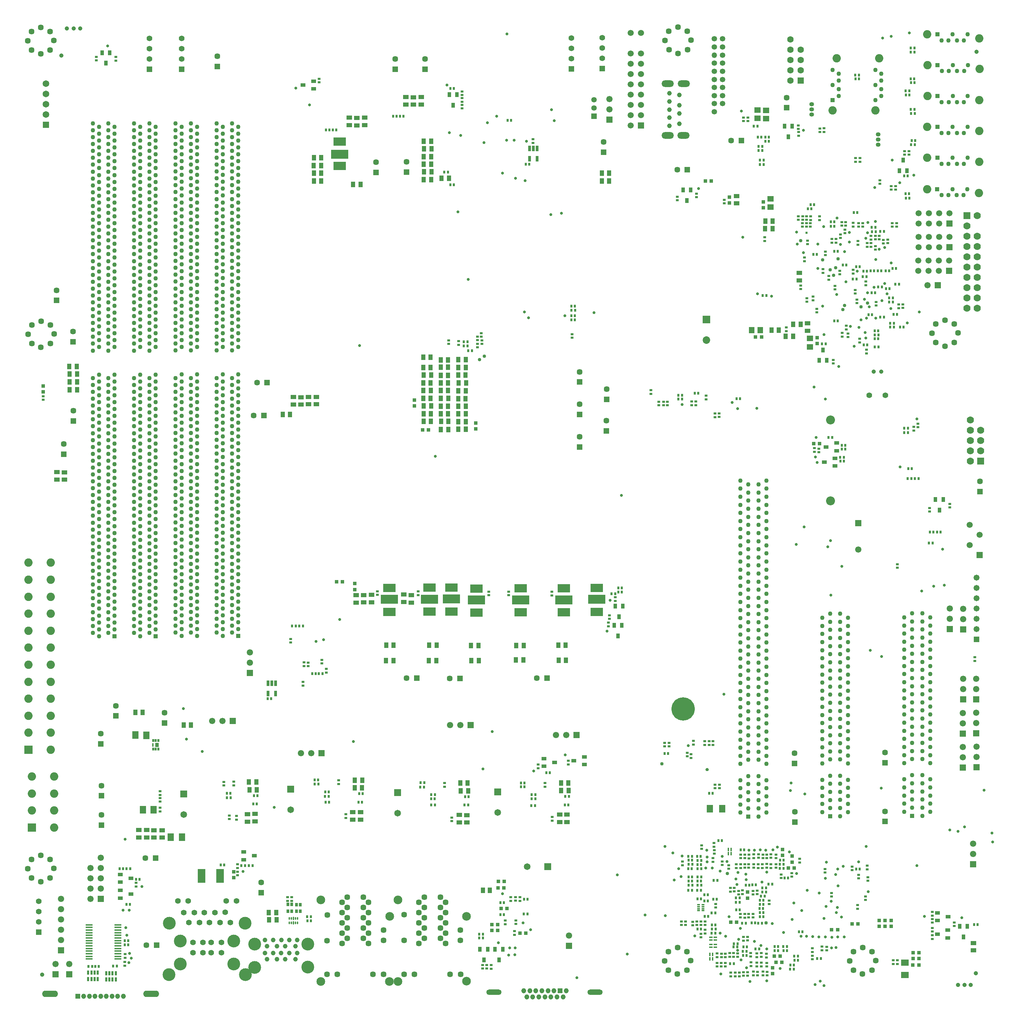
<source format=gbs>
%FSLAX25Y25*%
%MOIN*%
G70*
G01*
G75*
G04 Layer_Color=16711935*
%ADD10C,0.01000*%
%ADD11C,0.00800*%
%ADD12C,0.06000*%
%ADD13C,0.00600*%
%ADD14C,0.07000*%
%ADD15C,0.00500*%
%ADD16C,0.04000*%
%ADD17C,0.02500*%
%ADD18C,0.06500*%
%ADD19C,0.01772*%
%ADD20C,0.01772*%
%ADD21O,0.01260X0.03543*%
%ADD22R,0.03465X0.03465*%
%ADD23R,0.03937X0.05276*%
%ADD24R,0.05276X0.03937*%
%ADD25R,0.03465X0.03465*%
%ADD26R,0.02284X0.02362*%
%ADD27O,0.01181X0.03937*%
%ADD28O,0.03937X0.01181*%
%ADD29O,0.03937X0.01181*%
%ADD30R,0.02362X0.02284*%
%ADD31R,0.02756X0.03543*%
%ADD32O,0.01181X0.06299*%
%ADD33O,0.05906X0.01260*%
%ADD34O,0.01260X0.05906*%
%ADD35C,0.01024*%
%ADD36O,0.01181X0.06299*%
%ADD37R,0.02362X0.02284*%
%ADD38R,0.04600X0.03200*%
%ADD39C,0.03150*%
%ADD40R,0.02677X0.06299*%
%ADD41O,0.00984X0.02992*%
%ADD42R,0.06299X0.07284*%
%ADD43O,0.00906X0.03937*%
%ADD44O,0.01299X0.03347*%
%ADD45O,0.03622X0.01024*%
%ADD46O,0.01299X0.08661*%
%ADD47R,0.09843X0.12992*%
%ADD48O,0.05315X0.01654*%
%ADD49R,0.03937X0.01772*%
%ADD50O,0.01181X0.02992*%
%ADD51R,0.02165X0.05315*%
%ADD52O,0.01378X0.06500*%
%ADD53R,0.01299X0.02756*%
%ADD54R,0.02756X0.01299*%
%ADD55O,0.03937X0.00906*%
%ADD56R,0.05118X0.05906*%
%ADD57R,0.05394X0.06496*%
%ADD58O,0.07087X0.01575*%
%ADD59O,0.03937X0.01260*%
%ADD60O,0.01260X0.03937*%
%ADD61R,0.07284X0.06299*%
%ADD62R,0.05197X0.02362*%
%ADD63O,0.05000X0.01575*%
%ADD64R,0.07874X0.02835*%
%ADD65O,0.01575X0.05906*%
%ADD66R,0.07008X0.12992*%
%ADD67R,0.02165X0.05315*%
%ADD68R,0.03543X0.02756*%
%ADD69O,0.02992X0.00984*%
%ADD70R,0.05315X0.02165*%
%ADD71C,0.01654*%
%ADD72C,0.01181*%
%ADD73O,0.01575X0.05000*%
%ADD74R,0.05000X0.05079*%
%ADD75R,0.14173X0.10236*%
%ADD76R,0.11811X0.08268*%
%ADD77R,0.03937X0.05276*%
%ADD78O,0.00984X0.03386*%
%ADD79O,0.01181X0.03600*%
%ADD80R,0.07874X0.08268*%
%ADD81R,0.10236X0.14173*%
%ADD82R,0.01575X0.03150*%
%ADD83R,0.03200X0.04600*%
%ADD84R,0.05079X0.05000*%
%ADD85O,0.01575X0.05433*%
%ADD86R,0.02362X0.05197*%
%ADD87O,0.01654X0.06102*%
%ADD88R,0.10236X0.05118*%
%ADD89R,0.08465X0.07874*%
%ADD90R,0.06378X0.02835*%
%ADD91R,0.08465X0.08071*%
%ADD92R,0.07874X0.04724*%
%ADD93O,0.03386X0.00984*%
%ADD94R,0.05906X0.05118*%
%ADD95O,0.01260X0.03937*%
%ADD96O,0.03937X0.01260*%
%ADD97R,0.06181X0.07165*%
%ADD98R,0.01890X0.03937*%
%ADD99R,0.02953X0.03937*%
%ADD100R,0.02284X0.02362*%
%ADD101R,0.03465X0.03465*%
%ADD102O,0.07500X0.02400*%
%ADD103R,0.03150X0.01575*%
%ADD104R,0.05748X0.04409*%
%ADD105O,0.01378X0.06772*%
%ADD106O,0.03937X0.01496*%
%ADD107O,0.08000X0.02400*%
%ADD108R,0.06693X0.02835*%
%ADD109O,0.03600X0.01181*%
%ADD110R,0.14173X0.10236*%
%ADD111R,0.07874X0.07677*%
%ADD112R,0.07284X0.06299*%
%ADD113O,0.07087X0.01575*%
%ADD114O,0.03937X0.01496*%
%ADD115O,0.03347X0.01299*%
%ADD116R,0.07874X0.07677*%
%ADD117R,0.08661X0.09843*%
%ADD118R,0.03465X0.03465*%
%ADD119R,0.17500X0.17500*%
%ADD120R,0.13780X0.09843*%
%ADD121R,0.05276X0.03937*%
%ADD122O,0.01181X0.03740*%
%ADD123O,0.03800X0.01181*%
%ADD124O,0.02677X0.08071*%
%ADD125O,0.01260X0.05700*%
%ADD126O,0.01181X0.10827*%
%ADD127R,0.06496X0.06496*%
%ADD128R,0.07874X0.07874*%
%ADD129R,0.07087X0.07087*%
%ADD130R,0.12205X0.08268*%
%ADD131R,0.12205X0.01693*%
%ADD132R,0.09843X0.06772*%
%ADD133R,0.20472X0.13780*%
%ADD134C,0.01024*%
%ADD135C,0.01200*%
%ADD136R,0.06496X0.06496*%
%ADD137R,0.13780X0.13780*%
%ADD138R,0.13780X0.09843*%
%ADD139R,0.16929X0.08661*%
%ADD140R,0.03937X0.01772*%
G04:AMPARAMS|DCode=141|XSize=39.37mil|YSize=52.76mil|CornerRadius=0mil|HoleSize=0mil|Usage=FLASHONLY|Rotation=90.000|XOffset=0mil|YOffset=0mil|HoleType=Round|Shape=Octagon|*
%AMOCTAGOND141*
4,1,8,-0.02638,-0.00984,-0.02638,0.00984,-0.01654,0.01969,0.01654,0.01969,0.02638,0.00984,0.02638,-0.00984,0.01654,-0.01969,-0.01654,-0.01969,-0.02638,-0.00984,0.0*
%
%ADD141OCTAGOND141*%

%ADD142C,0.04000*%
%ADD143R,0.05512X0.03937*%
%ADD144R,0.11221X0.13976*%
%ADD145C,0.01260*%
%ADD146R,0.04724X0.11024*%
%ADD147C,0.01772*%
%ADD148O,0.02362X0.14567*%
%ADD149C,0.01800*%
%ADD150C,0.01500*%
%ADD151C,0.02000*%
%ADD152C,0.00700*%
%ADD153C,0.01200*%
%ADD154C,0.01969*%
%ADD155C,0.03000*%
%ADD156C,0.01600*%
%ADD157C,0.01300*%
%ADD158C,0.00350*%
%ADD159C,0.00400*%
%ADD160C,0.00300*%
%ADD161C,0.00900*%
%ADD162R,0.05900X0.04550*%
%ADD163R,0.18350X0.18100*%
%ADD164R,0.06850X0.04700*%
%ADD165R,0.16050X0.28800*%
%ADD166R,0.10850X0.06672*%
%ADD167R,0.10700X0.03150*%
%ADD168R,0.11100X0.08100*%
%ADD169R,0.22300X0.22300*%
%ADD170R,0.02500X0.02950*%
%ADD171R,0.03800X0.02950*%
%ADD172R,0.06900X0.06650*%
%ADD173R,0.03100X0.03600*%
%ADD174R,0.19050X0.02650*%
%ADD175R,0.02450X0.09200*%
%ADD176R,0.03550X0.06550*%
%ADD177R,0.02550X0.02600*%
%ADD178R,0.18600X0.02300*%
%ADD179R,0.01971X0.08558*%
%ADD180C,0.03937*%
%ADD181O,0.04528X0.04921*%
%ADD182C,0.04331*%
%ADD183C,0.04134*%
%ADD184C,0.05709*%
%ADD185C,0.07874*%
%ADD186C,0.05315*%
%ADD187O,0.04528X0.04921*%
%ADD188C,0.05906*%
%ADD189R,0.05709X0.05709*%
%ADD190R,0.04134X0.04134*%
%ADD191R,0.05906X0.05906*%
%ADD192C,0.05906*%
%ADD193R,0.05906X0.05906*%
%ADD194R,0.04528X0.04921*%
%ADD195C,0.06102*%
%ADD196R,0.06102X0.06102*%
%ADD197R,0.05315X0.05315*%
%ADD198C,0.05118*%
%ADD199C,0.06102*%
%ADD200O,0.05118X0.05118*%
%ADD201C,0.05512*%
%ADD202C,0.05000*%
%ADD203C,0.06200*%
%ADD204R,0.05906X0.05906*%
%ADD205R,0.04331X0.04528*%
%ADD206C,0.06500*%
%ADD207R,0.06500X0.06500*%
%ADD208R,0.05709X0.05709*%
%ADD209R,0.06200X0.06200*%
%ADD210C,0.06299*%
%ADD211R,0.06299X0.06299*%
%ADD212R,0.05709X0.05709*%
%ADD213C,0.04331*%
%ADD214R,0.05315X0.05315*%
%ADD215R,0.05000X0.05000*%
%ADD216R,0.05315X0.05315*%
%ADD217C,0.05315*%
%ADD218R,0.05315X0.05315*%
%ADD219C,0.07874*%
%ADD220C,0.04134*%
%ADD221O,0.04331X0.03937*%
%ADD222O,0.04331X0.03937*%
%ADD223R,0.05118X0.05118*%
%ADD224C,0.06299*%
%ADD225C,0.05709*%
%ADD226R,0.04134X0.04134*%
%ADD227O,0.14567X0.05000*%
%ADD228C,0.12205*%
%ADD229C,0.12205*%
%ADD230C,0.05118*%
%ADD231C,0.08268*%
%ADD232C,0.08268*%
%ADD233C,0.05512*%
%ADD234O,0.15354X0.05906*%
%ADD235O,0.11811X0.06221*%
%ADD236R,0.04134X0.04134*%
%ADD237C,0.22441*%
%ADD238C,0.02165*%
%ADD239C,0.01969*%
%ADD240C,0.02165*%
%ADD241C,0.02559*%
%ADD242C,0.02047*%
%ADD243C,0.02362*%
%ADD244C,0.02756*%
%ADD245C,0.01890*%
%ADD246C,0.01890*%
%ADD247C,0.03543*%
%ADD248C,0.02559*%
%ADD249C,0.02047*%
%ADD250C,0.03543*%
%ADD251C,0.03150*%
%ADD252C,0.02756*%
%ADD253R,0.24200X0.05950*%
%ADD254R,0.23900X0.06050*%
%ADD255R,0.05911X0.06527*%
%ADD256R,0.06150X0.03200*%
%ADD257R,0.09050X0.02750*%
%ADD258R,0.05216X0.03337*%
%ADD259R,0.06800X0.01900*%
%ADD260R,0.04950X0.07100*%
%ADD261R,0.07750X0.02200*%
%ADD262R,0.03719X0.04789*%
%ADD263R,0.06700X0.02700*%
%ADD264R,0.14425X0.06794*%
%ADD265R,0.11550X0.03200*%
%ADD266R,0.32600X0.02950*%
%ADD267R,0.33585X0.02339*%
%ADD268R,0.05859X0.04781*%
%ADD269R,0.02737X0.07120*%
%ADD270R,0.04000X0.04100*%
%ADD271C,0.02800*%
%ADD272R,0.07309X0.09456*%
%ADD273R,0.24200X0.06150*%
%ADD274R,0.11000X0.05750*%
%ADD275R,0.13400X0.11100*%
%ADD276R,0.03300X0.01150*%
%ADD277R,0.23000X0.05750*%
%ADD278R,0.24600X0.06350*%
%ADD279R,0.24350X0.06500*%
%ADD280R,0.02900X0.09800*%
%ADD281R,0.21100X0.02900*%
%ADD282R,0.03178X0.10400*%
%ADD283R,0.19100X0.03150*%
%ADD284R,0.07500X0.04250*%
%ADD285R,0.11750X0.02150*%
%ADD286R,0.19182X0.02374*%
%ADD287R,0.02300X0.10000*%
%ADD288R,0.03150X0.11085*%
%ADD289R,0.34850X0.02950*%
%ADD290R,0.33337X0.02093*%
%ADD291R,0.03150X0.04921*%
%ADD292R,0.01772X0.03937*%
%ADD293R,0.01260X0.03347*%
%ADD294R,0.01693X0.02598*%
%ADD295R,0.07087X0.12992*%
%ADD296R,0.04921X0.03150*%
%ADD297O,0.06500X0.01378*%
%ADD298O,0.06772X0.01378*%
%ADD299C,0.02598*%
%ADD300O,0.03150X0.02800*%
%ADD301R,0.04921X0.03150*%
%ADD302R,0.03937X0.05118*%
%ADD303R,0.11811X0.08268*%
%ADD304R,0.07087X0.12992*%
%ADD305O,0.01260X0.02992*%
%ADD306R,0.03543X0.03937*%
%ADD307R,0.16929X0.08661*%
%ADD308R,0.01772X0.03937*%
%ADD309C,0.02598*%
%ADD310R,0.03150X0.04921*%
%ADD311R,0.22050X0.22150*%
%ADD312R,0.08800X0.13800*%
%ADD313R,0.06850X0.09350*%
%ADD314R,0.06700X0.06650*%
%ADD315R,0.04883X0.10114*%
%ADD316R,0.04200X0.08450*%
%ADD317R,0.05300X0.06350*%
%ADD318R,0.01850X0.01750*%
%ADD319R,0.08350X0.05850*%
%ADD320R,0.08862X0.08774*%
%ADD321R,1.37250X0.04150*%
%ADD322R,0.05150X0.04000*%
%ADD323R,0.02150X0.01200*%
%ADD324R,0.03900X0.03450*%
%ADD325R,0.06050X0.17150*%
%ADD326R,0.06219X0.12738*%
%ADD327R,0.01550X0.05150*%
%ADD328R,0.05500X0.03350*%
%ADD329R,0.00850X0.01038*%
%ADD330R,0.01550X0.01750*%
%ADD331C,0.00550*%
%ADD332C,0.00450*%
%ADD333C,0.01972*%
%ADD334C,0.01972*%
%ADD335O,0.01460X0.03743*%
%ADD336R,0.03665X0.03665*%
%ADD337R,0.04137X0.05476*%
%ADD338R,0.05476X0.04137*%
%ADD339R,0.03665X0.03665*%
%ADD340R,0.02484X0.02562*%
%ADD341O,0.01381X0.04137*%
%ADD342O,0.04137X0.01381*%
%ADD343O,0.04137X0.01381*%
%ADD344R,0.02562X0.02484*%
%ADD345R,0.02956X0.03743*%
%ADD346O,0.01381X0.06499*%
%ADD347O,0.06106X0.01460*%
%ADD348O,0.01460X0.06106*%
%ADD349C,0.01224*%
%ADD350O,0.01381X0.06499*%
%ADD351R,0.02562X0.02484*%
%ADD352R,0.04800X0.03400*%
%ADD353C,0.03350*%
%ADD354R,0.02877X0.06499*%
%ADD355O,0.01184X0.03192*%
%ADD356R,0.06499X0.07484*%
%ADD357O,0.01106X0.04137*%
%ADD358O,0.01499X0.03547*%
%ADD359O,0.03822X0.01224*%
%ADD360O,0.01499X0.08861*%
%ADD361R,0.10043X0.13192*%
%ADD362O,0.05515X0.01854*%
%ADD363R,0.04137X0.01972*%
%ADD364O,0.01381X0.03192*%
%ADD365R,0.02365X0.05515*%
%ADD366O,0.01578X0.06700*%
%ADD367R,0.01499X0.02956*%
%ADD368R,0.02956X0.01499*%
%ADD369O,0.04137X0.01106*%
%ADD370R,0.05318X0.06106*%
%ADD371R,0.05594X0.06696*%
%ADD372O,0.07287X0.01775*%
%ADD373O,0.04137X0.01460*%
%ADD374O,0.01460X0.04137*%
%ADD375R,0.07484X0.06499*%
%ADD376R,0.05397X0.02562*%
%ADD377O,0.05200X0.01775*%
%ADD378R,0.08074X0.03035*%
%ADD379O,0.01775X0.06106*%
%ADD380R,0.07208X0.13192*%
%ADD381R,0.02365X0.05515*%
%ADD382R,0.03743X0.02956*%
%ADD383O,0.03192X0.01184*%
%ADD384R,0.05515X0.02365*%
%ADD385C,0.01854*%
%ADD386C,0.01381*%
%ADD387O,0.01775X0.05200*%
%ADD388R,0.05200X0.05279*%
%ADD389R,0.14373X0.10436*%
%ADD390R,0.12011X0.08468*%
%ADD391R,0.04137X0.05476*%
%ADD392O,0.01184X0.03586*%
%ADD393O,0.01381X0.03800*%
%ADD394R,0.08074X0.08468*%
%ADD395R,0.10436X0.14373*%
%ADD396R,0.01775X0.03350*%
%ADD397R,0.03400X0.04800*%
%ADD398R,0.05279X0.05200*%
%ADD399O,0.01775X0.05633*%
%ADD400R,0.02562X0.05397*%
%ADD401O,0.01854X0.06302*%
%ADD402R,0.10436X0.05318*%
%ADD403R,0.08665X0.08074*%
%ADD404R,0.06578X0.03035*%
%ADD405R,0.08665X0.08271*%
%ADD406R,0.08074X0.04924*%
%ADD407O,0.03586X0.01184*%
%ADD408R,0.06106X0.05318*%
%ADD409O,0.01460X0.04137*%
%ADD410O,0.04137X0.01460*%
%ADD411R,0.06381X0.07365*%
%ADD412R,0.02090X0.04137*%
%ADD413R,0.03153X0.04137*%
%ADD414R,0.02484X0.02562*%
%ADD415R,0.03665X0.03665*%
%ADD416O,0.08300X0.03200*%
%ADD417R,0.03350X0.01775*%
%ADD418R,0.05948X0.04609*%
%ADD419C,0.01624*%
%ADD420O,0.01578X0.06972*%
%ADD421O,0.04137X0.01696*%
%ADD422O,0.08800X0.03200*%
%ADD423R,0.06893X0.03035*%
%ADD424O,0.03800X0.01381*%
%ADD425R,0.14373X0.10436*%
%ADD426R,0.08074X0.07877*%
%ADD427R,0.07484X0.06499*%
%ADD428O,0.07287X0.01775*%
%ADD429O,0.04137X0.01696*%
%ADD430O,0.03547X0.01499*%
%ADD431R,0.08074X0.07877*%
%ADD432R,0.08861X0.10043*%
%ADD433R,0.03665X0.03665*%
%ADD434R,0.17700X0.17700*%
%ADD435R,0.13979X0.10043*%
%ADD436R,0.05476X0.04137*%
%ADD437O,0.01381X0.03940*%
%ADD438O,0.04000X0.01381*%
%ADD439O,0.02877X0.08271*%
%ADD440O,0.01460X0.05900*%
%ADD441O,0.01381X0.11027*%
%ADD442R,0.06696X0.06696*%
%ADD443R,0.08074X0.08074*%
%ADD444R,0.07287X0.07287*%
%ADD445R,0.12405X0.08468*%
%ADD446R,0.12405X0.01893*%
%ADD447R,0.10043X0.06972*%
%ADD448R,0.20672X0.13979*%
%ADD449C,0.01224*%
%ADD450C,0.01400*%
%ADD451R,0.06696X0.06696*%
%ADD452R,0.13979X0.13979*%
%ADD453R,0.13979X0.10043*%
%ADD454R,0.17129X0.08861*%
%ADD455R,0.04137X0.01972*%
G04:AMPARAMS|DCode=456|XSize=41.37mil|YSize=54.76mil|CornerRadius=0mil|HoleSize=0mil|Usage=FLASHONLY|Rotation=90.000|XOffset=0mil|YOffset=0mil|HoleType=Round|Shape=Octagon|*
%AMOCTAGOND456*
4,1,8,-0.02738,-0.01034,-0.02738,0.01034,-0.01704,0.02069,0.01704,0.02069,0.02738,0.01034,0.02738,-0.01034,0.01704,-0.02069,-0.01704,-0.02069,-0.02738,-0.01034,0.0*
%
%ADD456OCTAGOND456*%

%ADD457C,0.04200*%
%ADD458R,0.05712X0.04137*%
%ADD459R,0.11421X0.14176*%
%ADD460C,0.01460*%
%ADD461R,0.04924X0.11224*%
%ADD462C,0.01972*%
%ADD463O,0.02562X0.14767*%
%ADD464C,0.04137*%
%ADD465O,0.04728X0.05121*%
%ADD466C,0.04531*%
%ADD467C,0.04334*%
%ADD468C,0.05909*%
%ADD469C,0.08674*%
%ADD470C,0.05515*%
%ADD471O,0.04728X0.05121*%
%ADD472C,0.06106*%
%ADD473R,0.05909X0.05909*%
%ADD474R,0.04334X0.04334*%
%ADD475R,0.06106X0.06106*%
%ADD476C,0.06106*%
%ADD477R,0.06106X0.06106*%
%ADD478R,0.04728X0.05121*%
%ADD479C,0.06302*%
%ADD480R,0.06302X0.06302*%
%ADD481R,0.05515X0.05515*%
%ADD482C,0.05318*%
%ADD483C,0.06302*%
%ADD484O,0.05318X0.05318*%
%ADD485C,0.05712*%
%ADD486C,0.05800*%
%ADD487C,0.07000*%
%ADD488R,0.06106X0.06106*%
%ADD489R,0.04531X0.04728*%
%ADD490C,0.07300*%
%ADD491R,0.07300X0.07300*%
%ADD492C,0.06509*%
%ADD493R,0.06509X0.06509*%
%ADD494R,0.07000X0.07000*%
%ADD495C,0.06499*%
%ADD496R,0.06499X0.06499*%
%ADD497R,0.05909X0.05909*%
%ADD498C,0.04531*%
%ADD499R,0.05515X0.05515*%
%ADD500R,0.05800X0.05800*%
%ADD501R,0.05515X0.05515*%
%ADD502C,0.05515*%
%ADD503R,0.05515X0.05515*%
%ADD504R,0.06509X0.06509*%
%ADD505C,0.08074*%
%ADD506C,0.08074*%
%ADD507C,0.04334*%
%ADD508O,0.04531X0.04137*%
%ADD509O,0.04531X0.04137*%
%ADD510R,0.05318X0.05318*%
%ADD511C,0.06499*%
%ADD512C,0.05909*%
%ADD513R,0.04334X0.04334*%
%ADD514O,0.14767X0.05200*%
%ADD515C,0.12405*%
%ADD516C,0.12405*%
%ADD517C,0.05318*%
%ADD518C,0.08468*%
%ADD519C,0.08468*%
%ADD520C,0.05712*%
%ADD521O,0.15554X0.06106*%
%ADD522O,0.12011X0.06421*%
%ADD523R,0.04334X0.04334*%
%ADD524C,0.22641*%
%ADD525R,0.03350X0.05121*%
%ADD526R,0.01972X0.04137*%
%ADD527R,0.01460X0.03547*%
%ADD528R,0.01893X0.02798*%
%ADD529R,0.07287X0.13192*%
%ADD530R,0.05121X0.03350*%
%ADD531O,0.06700X0.01578*%
%ADD532O,0.06972X0.01578*%
%ADD533C,0.02798*%
%ADD534O,0.03350X0.03000*%
%ADD535C,0.02365*%
%ADD536R,0.05121X0.03350*%
%ADD537R,0.04137X0.05318*%
%ADD538R,0.12011X0.08468*%
%ADD539R,0.07287X0.13192*%
%ADD540O,0.01460X0.03192*%
%ADD541R,0.03743X0.04137*%
%ADD542R,0.17129X0.08861*%
%ADD543R,0.01972X0.04137*%
%ADD544C,0.02798*%
%ADD545R,0.03350X0.05121*%
D336*
X4425500Y2269700D02*
D03*
X4139600Y1793600D02*
D03*
X4118700Y1844000D02*
D03*
X4118500Y1837900D02*
D03*
X4394950Y1857000D02*
D03*
X4383150Y1765400D02*
D03*
X4381450Y1771300D02*
D03*
X4039400Y2283100D02*
D03*
X4133900Y1793600D02*
D03*
X4112500Y1802200D02*
D03*
Y1796400D02*
D03*
X4368900Y2373300D02*
D03*
X4419800Y2269700D02*
D03*
X4320200Y2525000D02*
D03*
X4516300Y1774600D02*
D03*
Y1769100D02*
D03*
X4516200Y1762700D02*
D03*
X4442900Y1797000D02*
D03*
X4462600Y1802600D02*
D03*
X4113000Y1844000D02*
D03*
X4115600Y1817900D02*
D03*
X4314500Y2525000D02*
D03*
X4388850Y1765400D02*
D03*
X4344850Y1804400D02*
D03*
X4363200Y2373300D02*
D03*
X3961500Y2135400D02*
D03*
X4045100Y2283100D02*
D03*
X4339150Y1804400D02*
D03*
X4106800Y1802200D02*
D03*
Y1796400D02*
D03*
X4522000Y1774600D02*
D03*
X4387150Y1771300D02*
D03*
X4522000Y1769100D02*
D03*
X4521900Y1762700D02*
D03*
X4437200Y1797000D02*
D03*
X4456900Y1802600D02*
D03*
X4400650Y1857000D02*
D03*
X4112800Y1837900D02*
D03*
X4121300Y1817900D02*
D03*
X3955800Y2135400D02*
D03*
D337*
X3980600Y1942500D02*
D03*
X4064900Y2527600D02*
D03*
X4372600Y2486000D02*
D03*
X4372500Y2478800D02*
D03*
X4407000Y2385900D02*
D03*
X4040400Y2563900D02*
D03*
X4040800Y2556500D02*
D03*
X4040400Y2548600D02*
D03*
Y2541400D02*
D03*
X4040800Y2534000D02*
D03*
X4083200Y1939900D02*
D03*
X4083700Y1932200D02*
D03*
X4181100Y1939800D02*
D03*
X4181300Y1932300D02*
D03*
X4385800Y2380200D02*
D03*
X4392500Y2374000D02*
D03*
X3940800Y2547600D02*
D03*
X3940700Y2540100D02*
D03*
X3940800Y2532600D02*
D03*
Y2525000D02*
D03*
X3971700Y2521600D02*
D03*
X4039900Y2353600D02*
D03*
X4040000Y2313700D02*
D03*
X4064100Y2328900D02*
D03*
X4064200Y2321300D02*
D03*
X4064300Y2313700D02*
D03*
X4040000Y2343800D02*
D03*
X4040400Y2336400D02*
D03*
X4040000Y2328600D02*
D03*
X4040200Y2321400D02*
D03*
X4064200Y2336200D02*
D03*
X4081400Y2343600D02*
D03*
X4081100Y2336500D02*
D03*
X4081600Y2328900D02*
D03*
X4081300Y2321200D02*
D03*
X4081100Y2313400D02*
D03*
X4064200Y2344200D02*
D03*
Y2351200D02*
D03*
X3890100Y1806900D02*
D03*
X4047600Y2306400D02*
D03*
X4047500Y2291300D02*
D03*
Y2298800D02*
D03*
X4064200Y2306000D02*
D03*
Y2298700D02*
D03*
X4064500Y2291300D02*
D03*
X4064400Y2283500D02*
D03*
X4074200Y2306100D02*
D03*
Y2298800D02*
D03*
X4074100Y2291100D02*
D03*
X4052700Y2058700D02*
D03*
X4052900Y2073700D02*
D03*
X4011100D02*
D03*
X4011000Y2058600D02*
D03*
X4093700Y2073400D02*
D03*
X4094000Y2058700D02*
D03*
X4137600Y2073400D02*
D03*
X4178800Y2059100D02*
D03*
X4178500Y2073900D02*
D03*
X3759900Y2008500D02*
D03*
X3703300Y2322200D02*
D03*
Y2329800D02*
D03*
Y2337300D02*
D03*
X3703000Y2344700D02*
D03*
X3877700Y1940700D02*
D03*
X3878100Y1933100D02*
D03*
X4057700Y2527600D02*
D03*
X4220800Y2525100D02*
D03*
Y2532700D02*
D03*
X3814200Y1996000D02*
D03*
X3767100Y2008500D02*
D03*
X3897300Y1806900D02*
D03*
X4040400Y2306400D02*
D03*
X4040300Y2291300D02*
D03*
Y2298800D02*
D03*
X4057000Y2306000D02*
D03*
Y2298700D02*
D03*
X4057300Y2291300D02*
D03*
X4081400Y2306100D02*
D03*
Y2298800D02*
D03*
Y2283600D02*
D03*
X4081300Y2291100D02*
D03*
X4045500Y2058700D02*
D03*
X4003900Y2073700D02*
D03*
X4003800Y2058600D02*
D03*
X4056900Y2328900D02*
D03*
X4057000Y2321300D02*
D03*
X4057100Y2313700D02*
D03*
X4047200Y2343800D02*
D03*
X4047600Y2336400D02*
D03*
X4047200Y2328600D02*
D03*
X4047400Y2321400D02*
D03*
X4057000Y2336200D02*
D03*
X4074200Y2343600D02*
D03*
X4073900Y2336500D02*
D03*
X4074100Y2321200D02*
D03*
X4073900Y2313400D02*
D03*
X4074100Y2351300D02*
D03*
X4057000Y2344200D02*
D03*
Y2351200D02*
D03*
X4086500Y2073400D02*
D03*
X4086800Y2058700D02*
D03*
X4130400Y2073400D02*
D03*
X4171600Y2059100D02*
D03*
X4171300Y2073900D02*
D03*
X4213600Y2525100D02*
D03*
X4047600Y2563900D02*
D03*
X4048000Y2556500D02*
D03*
X4047600Y2548600D02*
D03*
X3933600Y2547600D02*
D03*
X4047600Y2541400D02*
D03*
X3933500Y2540100D02*
D03*
X4048000Y2534000D02*
D03*
X3933600Y2532600D02*
D03*
X4047600Y2526500D02*
D03*
X3933600Y2525000D02*
D03*
X3978900Y2521600D02*
D03*
X4379800Y2486000D02*
D03*
X4379700Y2478800D02*
D03*
X4399800Y2385900D02*
D03*
X4378600Y2380200D02*
D03*
X4399700Y2374000D02*
D03*
X4047100Y2353600D02*
D03*
X3696100Y2322200D02*
D03*
Y2329800D02*
D03*
Y2337300D02*
D03*
X3695800Y2344700D02*
D03*
X4047200Y2313700D02*
D03*
X3910500Y2298000D02*
D03*
X3973400Y1942500D02*
D03*
X3870500Y1940700D02*
D03*
X4076000Y1939900D02*
D03*
X4173900Y1939800D02*
D03*
X3973300Y1935000D02*
D03*
X3870900Y1933100D02*
D03*
X4076500Y1932200D02*
D03*
X4174100Y1932300D02*
D03*
X4213600Y2532700D02*
D03*
X4130100Y2059400D02*
D03*
D338*
X4344800Y2503300D02*
D03*
X3978900Y1904100D02*
D03*
X4413700Y2386700D02*
D03*
X3690900Y2241900D02*
D03*
X3683600Y2242000D02*
D03*
X4022900Y2606600D02*
D03*
X4037900D02*
D03*
X4030300Y2606500D02*
D03*
X3983000Y2586600D02*
D03*
X3975400Y2586400D02*
D03*
X3967900Y2586600D02*
D03*
X4179800Y1901900D02*
D03*
X4082300Y1901300D02*
D03*
X3982100Y2122500D02*
D03*
X4028400Y2122300D02*
D03*
X3974700D02*
D03*
X4021100Y2123100D02*
D03*
X4575100Y1784200D02*
D03*
X3935900Y2315200D02*
D03*
X3928400D02*
D03*
X3920900Y2314900D02*
D03*
X3913700Y2315000D02*
D03*
X3876300Y1902400D02*
D03*
X3869000Y1902200D02*
D03*
X3778200Y1886700D02*
D03*
X3786100D02*
D03*
X3771000Y1886800D02*
D03*
X3763400D02*
D03*
X4405700Y2428400D02*
D03*
X4575100Y1777000D02*
D03*
X3982100Y2115300D02*
D03*
X4028400Y2115100D02*
D03*
X3974700D02*
D03*
X4021100Y2115900D02*
D03*
X3989600Y2115400D02*
D03*
X4022900Y2599400D02*
D03*
X4037900D02*
D03*
X4030300Y2599300D02*
D03*
X3983000Y2579400D02*
D03*
X3975400Y2579200D02*
D03*
X3967900Y2579400D02*
D03*
X4344800Y2510500D02*
D03*
X4405700Y2435600D02*
D03*
X4413700Y2379500D02*
D03*
X3935900Y2308000D02*
D03*
X3928400D02*
D03*
X3920900Y2307700D02*
D03*
X3913700Y2307800D02*
D03*
X3690900Y2234700D02*
D03*
X3683600Y2234800D02*
D03*
X3978900Y1911300D02*
D03*
X3971500Y1911400D02*
D03*
X3876300Y1909600D02*
D03*
X3869000Y1909400D02*
D03*
X4082300Y1908500D02*
D03*
X4074900Y1908700D02*
D03*
X4179800Y1909100D02*
D03*
X4172700D02*
D03*
X3778200Y1893900D02*
D03*
X3786100D02*
D03*
X3771000Y1894000D02*
D03*
X3763400D02*
D03*
D339*
X3855600Y1853400D02*
D03*
X3670400Y2320000D02*
D03*
X4337800Y2503700D02*
D03*
X4370700Y2499000D02*
D03*
X4423100Y2372700D02*
D03*
X4389250Y1869400D02*
D03*
X4398650Y1862900D02*
D03*
X4031400Y2306400D02*
D03*
X4389250Y1875100D02*
D03*
X4495100Y1806100D02*
D03*
X4489200D02*
D03*
X4483300D02*
D03*
X4355350Y1833600D02*
D03*
X4379750Y1760100D02*
D03*
X3855600Y1847700D02*
D03*
X3973300Y2133600D02*
D03*
X4398650Y1868600D02*
D03*
X4379750Y1754400D02*
D03*
X4370700Y2504700D02*
D03*
X4423100Y2367000D02*
D03*
X4337800Y2509400D02*
D03*
X4031400Y2312100D02*
D03*
X4091200Y2289900D02*
D03*
X3973300Y2127900D02*
D03*
X3670400Y2325700D02*
D03*
X4495100Y1800400D02*
D03*
X4489200D02*
D03*
X4483300D02*
D03*
X4355350Y1827900D02*
D03*
D340*
X3846400Y1860000D02*
D03*
X3751513Y1856500D02*
D03*
X3751313Y1821800D02*
D03*
X3748212Y1856500D02*
D03*
X3754813Y1821800D02*
D03*
X3749713Y1786300D02*
D03*
Y1782300D02*
D03*
X3721012Y1761400D02*
D03*
X3718013Y1761500D02*
D03*
X3714513D02*
D03*
X4352150Y1874900D02*
D03*
X4517700Y2650400D02*
D03*
Y2654500D02*
D03*
X4517400Y2624500D02*
D03*
X4517800Y2620600D02*
D03*
X4512700Y2612800D02*
D03*
X4512800Y2608700D02*
D03*
X4463800Y2624300D02*
D03*
X4463700Y2628000D02*
D03*
X4517900Y2590600D02*
D03*
X4517700Y2594700D02*
D03*
X4517900Y2560500D02*
D03*
X4518400Y2564400D02*
D03*
X4372600Y2567900D02*
D03*
X4368800D02*
D03*
X4372600Y2563700D02*
D03*
X3948800Y2574600D02*
D03*
X3952000D02*
D03*
X4014100Y2588250D02*
D03*
X4017300Y2588200D02*
D03*
X4512800Y2508400D02*
D03*
X4512500Y2512600D02*
D03*
X4434100Y2275700D02*
D03*
X4066300Y2615100D02*
D03*
X4511100Y2530000D02*
D03*
X4447000Y2268000D02*
D03*
Y2264300D02*
D03*
X4445500Y2256500D02*
D03*
X3863200Y1859300D02*
D03*
X4079500Y2368600D02*
D03*
Y2364600D02*
D03*
X3944600Y1931200D02*
D03*
X3981200Y1929300D02*
D03*
X3944900Y1921200D02*
D03*
X3944500Y1926700D02*
D03*
X4291700Y2316900D02*
D03*
Y2313000D02*
D03*
X4307500Y2318900D02*
D03*
X4344700Y2313400D02*
D03*
X4064000Y2533900D02*
D03*
X4341950Y1764200D02*
D03*
X4345350Y1780300D02*
D03*
X4341850D02*
D03*
X4493100Y2407400D02*
D03*
X4373600Y2413700D02*
D03*
X4370100D02*
D03*
X4460300Y2624300D02*
D03*
X4513900Y2624500D02*
D03*
X4460200Y2628000D02*
D03*
X4514200Y2650400D02*
D03*
X4514300Y2620600D02*
D03*
X4514200Y2654500D02*
D03*
Y2594700D02*
D03*
X4509200Y2612800D02*
D03*
X4509300Y2608700D02*
D03*
X4514400Y2590600D02*
D03*
Y2560500D02*
D03*
X4514900Y2564400D02*
D03*
X4509300Y2508400D02*
D03*
X4509000Y2512600D02*
D03*
X4507600Y2530000D02*
D03*
X3866700Y1859300D02*
D03*
X3870500D02*
D03*
X4369700Y2554700D02*
D03*
X4187400Y2394100D02*
D03*
Y2390100D02*
D03*
X4431300Y2366600D02*
D03*
X4187700Y2399400D02*
D03*
X4348200Y2313400D02*
D03*
X4484500Y2476100D02*
D03*
X4436300Y2485300D02*
D03*
Y2481100D02*
D03*
X4449000Y2256500D02*
D03*
X4449100Y2252700D02*
D03*
X4475900Y2416400D02*
D03*
X4499100Y2424700D02*
D03*
X4467500Y2432000D02*
D03*
X4447900Y2443500D02*
D03*
X4472900Y2395200D02*
D03*
X4494200Y2386900D02*
D03*
X4482500Y2422200D02*
D03*
X4476200Y2480100D02*
D03*
X4461300Y2429900D02*
D03*
X4493100Y2437700D02*
D03*
X4496300Y2440100D02*
D03*
X4476400Y2475900D02*
D03*
X4507200Y2383200D02*
D03*
X4484400Y2392600D02*
D03*
X4494200Y2383100D02*
D03*
X4479000Y2379400D02*
D03*
X4471500Y2437500D02*
D03*
X4474900Y2437600D02*
D03*
X4478900Y2371600D02*
D03*
X4479100Y2375500D02*
D03*
X3923000Y2092300D02*
D03*
X4320550Y1813300D02*
D03*
X4313650Y1810200D02*
D03*
X4141400Y1826600D02*
D03*
X4141300Y1812400D02*
D03*
X4521600Y2235900D02*
D03*
X4365300Y2567900D02*
D03*
X4364900Y2578400D02*
D03*
X4306650Y1827200D02*
D03*
X4366200Y2558700D02*
D03*
Y2554700D02*
D03*
X4575700Y1802200D02*
D03*
X4387000Y1864800D02*
D03*
X4386850Y1860800D02*
D03*
X4386750Y1856900D02*
D03*
X4458600Y2494300D02*
D03*
X4381650Y1780700D02*
D03*
Y1776600D02*
D03*
X4359950Y1840800D02*
D03*
X4363150Y1778300D02*
D03*
X4405300Y1795000D02*
D03*
X4350850Y1776200D02*
D03*
X4350900Y1772200D02*
D03*
X4351250Y1780300D02*
D03*
X4353650Y1840500D02*
D03*
Y1803300D02*
D03*
X4348650Y1874900D02*
D03*
X4342200Y1783500D02*
D03*
X4345700D02*
D03*
X4301300Y1868400D02*
D03*
X4309750Y1868300D02*
D03*
X4301450Y1864700D02*
D03*
X4310250Y1864400D02*
D03*
X4297900Y1848400D02*
D03*
X4310150Y1827200D02*
D03*
X4317150Y1810200D02*
D03*
X4310150Y1797600D02*
D03*
X4323950Y1793700D02*
D03*
X4310100Y1860500D02*
D03*
X4298150Y1860600D02*
D03*
X4310250Y1856400D02*
D03*
X4301200Y1856500D02*
D03*
X4297900Y1844400D02*
D03*
X4325550Y1826800D02*
D03*
X4316750Y1825200D02*
D03*
X4324050Y1813300D02*
D03*
X4324250Y1797900D02*
D03*
X4326000Y1845000D02*
D03*
X4310300Y1848400D02*
D03*
X4310200Y1844400D02*
D03*
X4310350Y1840400D02*
D03*
X4439800Y2485300D02*
D03*
X4316750Y1831200D02*
D03*
X4087300Y2360200D02*
D03*
X4083000Y2368600D02*
D03*
Y2364600D02*
D03*
X4183900Y2403400D02*
D03*
Y2394100D02*
D03*
X4184200Y2399400D02*
D03*
X3945300Y2574600D02*
D03*
X3980500Y1921200D02*
D03*
X3937800Y1942600D02*
D03*
X3937900Y1938700D02*
D03*
X4040700Y1935900D02*
D03*
X4040900Y1940000D02*
D03*
X4047800Y1928500D02*
D03*
Y1918500D02*
D03*
X4083600Y1918400D02*
D03*
X4181200D02*
D03*
X4138500Y1939900D02*
D03*
Y1936100D02*
D03*
X4145400Y1928500D02*
D03*
X4181700Y1926600D02*
D03*
X4485400Y2437800D02*
D03*
X4020800Y2588200D02*
D03*
X4010600Y2588250D02*
D03*
X4518100Y2235900D02*
D03*
X4514600D02*
D03*
X4511600Y2245400D02*
D03*
X4297800Y1868400D02*
D03*
X4507800Y2280300D02*
D03*
X4322500Y1845000D02*
D03*
X4393750Y1776800D02*
D03*
X4393650Y1780800D02*
D03*
X4400450Y1762700D02*
D03*
X4400250Y1758700D02*
D03*
X4400950Y1767300D02*
D03*
X4400750Y1771300D02*
D03*
X4310050Y1835400D02*
D03*
X4115000Y1823300D02*
D03*
X4114900Y1811800D02*
D03*
X3955500Y2574600D02*
D03*
X4488000Y2476100D02*
D03*
X4298100Y1840300D02*
D03*
X4394850Y1847500D02*
D03*
X4543100Y2183700D02*
D03*
X4297750Y1835300D02*
D03*
X4479200Y2363800D02*
D03*
X4468300Y2365800D02*
D03*
X4493200Y2411400D02*
D03*
X4489900Y2420300D02*
D03*
X4354400Y1772200D02*
D03*
X4502600Y2424700D02*
D03*
X4486000Y2422200D02*
D03*
X4479400Y2416400D02*
D03*
X3760712Y1846200D02*
D03*
X4489600Y2437700D02*
D03*
X4493400Y2420300D02*
D03*
X4496700Y2411400D02*
D03*
X4496600Y2407400D02*
D03*
X4460900Y2441600D02*
D03*
X4371000Y2541200D02*
D03*
Y2545300D02*
D03*
X4507800Y2284600D02*
D03*
X4511300Y2280300D02*
D03*
X4482700Y2363800D02*
D03*
X4471800Y2365800D02*
D03*
X4497300Y2395500D02*
D03*
X4476400Y2395200D02*
D03*
X4125400Y2584100D02*
D03*
X4511300Y2284600D02*
D03*
X4423150Y1769200D02*
D03*
X4187400Y2403400D02*
D03*
X4297700Y1856500D02*
D03*
X4313250Y1831200D02*
D03*
X4322050Y1826800D02*
D03*
X4420200Y2502200D02*
D03*
X4417500Y2498100D02*
D03*
X4297950Y1864700D02*
D03*
X4579200Y1802200D02*
D03*
X4464500Y1856100D02*
D03*
X4373250Y1837700D02*
D03*
X4373350Y1833700D02*
D03*
X4370850Y1821700D02*
D03*
X4370550Y1817900D02*
D03*
X4437600Y2275700D02*
D03*
X4371950Y1829900D02*
D03*
X4344150Y1828000D02*
D03*
X4370750Y1825800D02*
D03*
X4344150Y1823800D02*
D03*
X4365750Y1803400D02*
D03*
X4500800Y2395500D02*
D03*
X4479700Y2480100D02*
D03*
X4479900Y2475900D02*
D03*
X4163100Y1949800D02*
D03*
X4324150Y1801700D02*
D03*
X3930800Y1805900D02*
D03*
X3930700Y1809600D02*
D03*
X4159600Y1949800D02*
D03*
X4098000Y1789000D02*
D03*
Y1792900D02*
D03*
X4145500Y1924500D02*
D03*
X4304000Y2318900D02*
D03*
X3934400Y1938700D02*
D03*
X4037200Y1935900D02*
D03*
X4135000Y1936100D02*
D03*
X3934300Y1942600D02*
D03*
X4037400Y1940000D02*
D03*
X4135000Y1939900D02*
D03*
X4229700Y2129500D02*
D03*
Y2125500D02*
D03*
X4226700Y2123900D02*
D03*
X4326950Y1883700D02*
D03*
X3915900Y2092300D02*
D03*
X3919500D02*
D03*
X3941900Y2046000D02*
D03*
X4301650Y1860600D02*
D03*
X4069800Y2615100D02*
D03*
X4376100Y2567900D02*
D03*
X4503700Y2383200D02*
D03*
X4497700Y2383100D02*
D03*
X4482600Y2375500D02*
D03*
X4482400Y2371600D02*
D03*
X4288200Y2316900D02*
D03*
X3932000Y2046100D02*
D03*
X3912400Y2092300D02*
D03*
X3935500Y2046100D02*
D03*
X3938400Y2046000D02*
D03*
X3738512Y1761800D02*
D03*
X3874600Y1919300D02*
D03*
X4313250Y1825200D02*
D03*
X3849100Y1925400D02*
D03*
X3849000Y1929600D02*
D03*
X4539600Y2183700D02*
D03*
X4536100Y2183900D02*
D03*
X4532600D02*
D03*
X4306250Y1868300D02*
D03*
X4306750Y1864400D02*
D03*
X4306600Y1860500D02*
D03*
X4306750Y1856400D02*
D03*
X4306800Y1848400D02*
D03*
X4301400D02*
D03*
X4306700Y1844400D02*
D03*
X4301400D02*
D03*
X4363450Y1840800D02*
D03*
X4357150Y1840500D02*
D03*
X4306850Y1840400D02*
D03*
X4301600Y1840300D02*
D03*
X4306550Y1835400D02*
D03*
X4301250Y1835300D02*
D03*
X4320650Y1801700D02*
D03*
X4320750Y1797900D02*
D03*
X4306650Y1797600D02*
D03*
X4426650Y1769200D02*
D03*
X4338450Y1764200D02*
D03*
X4515100Y2245400D02*
D03*
X4511100Y2235900D02*
D03*
X3764212Y1846200D02*
D03*
X4376100Y2563700D02*
D03*
X4367500Y2545300D02*
D03*
Y2541200D02*
D03*
X4462100Y2494300D02*
D03*
X4481900Y2437800D02*
D03*
X4471000Y2432000D02*
D03*
X4478400Y2437600D02*
D03*
X4450500Y2268000D02*
D03*
X4445600Y2252700D02*
D03*
X4369700Y2558700D02*
D03*
X4487900Y2392600D02*
D03*
X3753213Y1786300D02*
D03*
Y1782300D02*
D03*
X4416700Y2502200D02*
D03*
X3874000Y1859300D02*
D03*
X4414000Y2498100D02*
D03*
X4370750Y1809700D02*
D03*
X4359300Y1803700D02*
D03*
X4535300Y2173000D02*
D03*
X4344250Y1816400D02*
D03*
X4370750Y1813800D02*
D03*
X4143200Y2541400D02*
D03*
X4439600Y2456900D02*
D03*
X4419300Y2453700D02*
D03*
X4439700Y2389100D02*
D03*
X4274700Y1968500D02*
D03*
X4317900Y1929900D02*
D03*
X3888700Y2021600D02*
D03*
X4060500Y2533900D02*
D03*
X4427800Y2366600D02*
D03*
X4366650Y1778300D02*
D03*
X4408800Y1795000D02*
D03*
X4350150Y1803300D02*
D03*
X4320450Y1793700D02*
D03*
X4390250Y1776800D02*
D03*
X4354350Y1776200D02*
D03*
X4404450Y1767300D02*
D03*
X4396950Y1762700D02*
D03*
X4499800Y2440100D02*
D03*
X4121900Y2584100D02*
D03*
X4439800Y2481100D02*
D03*
X4451400Y2443500D02*
D03*
X4468000Y2437500D02*
D03*
X4497700Y2386900D02*
D03*
X4482500Y2379400D02*
D03*
X4183900Y2390100D02*
D03*
X4066300Y2521300D02*
D03*
X4083800Y2360200D02*
D03*
X4288200Y2313000D02*
D03*
X4450500Y2264300D02*
D03*
X3977000Y1921200D02*
D03*
X3878100Y1919300D02*
D03*
X4080100Y1918400D02*
D03*
X4177700D02*
D03*
X4330450Y1883700D02*
D03*
X3755013Y1856500D02*
D03*
X4367250Y1809700D02*
D03*
X4362800Y1803700D02*
D03*
X4390150Y1780800D02*
D03*
X4385150Y1780700D02*
D03*
X4354750Y1780300D02*
D03*
X4385150Y1776600D02*
D03*
X4404250Y1771300D02*
D03*
X4396750Y1758700D02*
D03*
X4531800Y2173000D02*
D03*
X4390500Y1864800D02*
D03*
X4390350Y1860800D02*
D03*
X4390250Y1856900D02*
D03*
X4461000Y1856100D02*
D03*
X4391350Y1847500D02*
D03*
X4369750Y1837700D02*
D03*
X4369850Y1833700D02*
D03*
X4368450Y1829900D02*
D03*
X4137900Y1826600D02*
D03*
X4347650Y1828000D02*
D03*
X4367250Y1825800D02*
D03*
X4118500Y1823300D02*
D03*
X4347650Y1823800D02*
D03*
X4367350Y1821700D02*
D03*
X4367050Y1817900D02*
D03*
X4347750Y1816400D02*
D03*
X4367250Y1813800D02*
D03*
X4137800Y1812400D02*
D03*
X4118400Y1811800D02*
D03*
X4369250Y1803400D02*
D03*
X4233200Y2129500D02*
D03*
X4139700Y2541400D02*
D03*
X4361400Y2578400D02*
D03*
X4443100Y2456900D02*
D03*
X4422800Y2453700D02*
D03*
X4464400Y2441600D02*
D03*
X4457800Y2429900D02*
D03*
X4443200Y2389100D02*
D03*
X4233200Y2125500D02*
D03*
X4278200Y1968500D02*
D03*
X4321400Y1929900D02*
D03*
X3948100Y1931200D02*
D03*
X3852500Y1929600D02*
D03*
X3977700Y1929300D02*
D03*
X4051300Y1928500D02*
D03*
X4148900D02*
D03*
X3875300Y1927300D02*
D03*
X3948000Y1926700D02*
D03*
X4080700Y1926400D02*
D03*
X4178200Y1926600D02*
D03*
X3852600Y1925400D02*
D03*
X4149000Y1924500D02*
D03*
X3948400Y1921200D02*
D03*
X4051300Y1918500D02*
D03*
X4148700Y1917600D02*
D03*
X3842900Y1860000D02*
D03*
X3927200Y1809600D02*
D03*
X3927300Y1805900D02*
D03*
X4094500Y1792900D02*
D03*
Y1789000D02*
D03*
X4223200Y2123900D02*
D03*
X3744712Y1856500D02*
D03*
X3742013Y1761800D02*
D03*
X3892200Y2021600D02*
D03*
X3724512Y1761400D02*
D03*
X4069800Y2521300D02*
D03*
D344*
X3784000Y1912100D02*
D03*
X3750113Y1769900D02*
D03*
Y1773400D02*
D03*
X3749612Y1765700D02*
D03*
X3908000Y1825200D02*
D03*
X3912000D02*
D03*
X4151700Y1954200D02*
D03*
X4300500Y1967600D02*
D03*
X4302600Y1977100D02*
D03*
X4296600Y1969200D02*
D03*
X4317900Y1980300D02*
D03*
X4534900Y1807500D02*
D03*
Y1810800D02*
D03*
X4219900Y2092200D02*
D03*
X4226700Y2116800D02*
D03*
X3670400Y2315900D02*
D03*
X4512400Y2554100D02*
D03*
X4429600Y2576300D02*
D03*
X4425600Y2576200D02*
D03*
X4077600Y2608600D02*
D03*
X4077700Y2605600D02*
D03*
X4480500Y2407500D02*
D03*
X4146800Y2562200D02*
D03*
X4074400Y2365900D02*
D03*
X4096500Y2373600D02*
D03*
X4092600Y2373800D02*
D03*
X4097000Y2370100D02*
D03*
X4092700Y2366900D02*
D03*
X4064800Y2370100D02*
D03*
X4512400Y2550600D02*
D03*
X4508200Y2550700D02*
D03*
X4438600Y2351200D02*
D03*
X4305000Y2307100D02*
D03*
X4321800Y1980300D02*
D03*
X4101800Y1762800D02*
D03*
X4556500Y1800700D02*
D03*
X4328000Y1938200D02*
D03*
X3859500Y1857100D02*
D03*
Y1853500D02*
D03*
X4332600Y2503400D02*
D03*
X4305000Y2310600D02*
D03*
X4300900D02*
D03*
X4313700Y1976800D02*
D03*
X4302600Y1980600D02*
D03*
X4278900Y1978900D02*
D03*
X4274800D02*
D03*
X4221000Y2099300D02*
D03*
X4219900Y2095700D02*
D03*
X4317900Y1976800D02*
D03*
X4321800D02*
D03*
X4323800Y1934600D02*
D03*
X4328000Y1934800D02*
D03*
X4438600Y2347700D02*
D03*
X4345650Y1774200D02*
D03*
X4341850Y1774300D02*
D03*
X4337950D02*
D03*
X4446900Y2485100D02*
D03*
X3908000Y1828700D02*
D03*
X3912000D02*
D03*
X4371900Y2470400D02*
D03*
X4425600Y2572700D02*
D03*
X4429600Y2572800D02*
D03*
X4464700Y2543900D02*
D03*
X4460400D02*
D03*
X4416800Y2487100D02*
D03*
X4416500Y2484100D02*
D03*
X4408900Y2487400D02*
D03*
X4408600Y2484200D02*
D03*
X4412800Y2487400D02*
D03*
X4412600Y2484100D02*
D03*
X4413600Y2463600D02*
D03*
X4305700Y2509300D02*
D03*
X4286900Y2506400D02*
D03*
X4425400Y2487100D02*
D03*
X4422800Y2400800D02*
D03*
X3740900Y2642100D02*
D03*
X3722000Y2642300D02*
D03*
X4404800Y2575700D02*
D03*
X4404900Y2572700D02*
D03*
X4434500Y2432700D02*
D03*
X4431000Y2453000D02*
D03*
X4437400Y2468600D02*
D03*
X4428700Y2439300D02*
D03*
X4440400Y2419600D02*
D03*
X4483500Y2471800D02*
D03*
X4445700Y2473100D02*
D03*
X4441400Y2468600D02*
D03*
X4447500Y2377400D02*
D03*
X4479600Y2458300D02*
D03*
X4450800Y2485200D02*
D03*
X4449900Y2474300D02*
D03*
X4464500Y2371700D02*
D03*
X4444900Y2437800D02*
D03*
X4458100Y2484400D02*
D03*
X4500400Y2484100D02*
D03*
X4496100D02*
D03*
X4506300Y2401700D02*
D03*
X4502300Y2401500D02*
D03*
X4491700Y2464600D02*
D03*
X4451400Y2384300D02*
D03*
X4453000Y2373400D02*
D03*
X4461600Y2406400D02*
D03*
X4458000Y2435200D02*
D03*
X4487500Y2464400D02*
D03*
X4467400Y2484100D02*
D03*
X4463300Y2484200D02*
D03*
X4479700Y2471800D02*
D03*
X4475500Y2471700D02*
D03*
X4480500Y2404000D02*
D03*
X4521100Y2289100D02*
D03*
X4315000Y2316300D02*
D03*
X3911000Y2079800D02*
D03*
X4418300Y1775500D02*
D03*
X4418550Y1771800D02*
D03*
X4180900Y1957900D02*
D03*
X4294950Y1805100D02*
D03*
X4290950Y1805200D02*
D03*
X4124900Y1828600D02*
D03*
X4457200Y1858500D02*
D03*
X4432250Y1780500D02*
D03*
X4387950Y1850800D02*
D03*
X4383050Y1870100D02*
D03*
X4360650Y1834900D02*
D03*
X4378200Y1857200D02*
D03*
X4377950Y1870500D02*
D03*
X4418300Y1779000D02*
D03*
X4374050Y1857500D02*
D03*
X4369850Y1857200D02*
D03*
X4366050Y1870500D02*
D03*
X4365850Y1857200D02*
D03*
X4361350Y1857300D02*
D03*
X4360950Y1756300D02*
D03*
X4365150Y1756100D02*
D03*
X4361450Y1870300D02*
D03*
X4356650Y1870000D02*
D03*
X4370350Y1756300D02*
D03*
X4374550Y1756100D02*
D03*
X4356450Y1857300D02*
D03*
X4352700Y1870100D02*
D03*
X4368750Y1765000D02*
D03*
Y1774300D02*
D03*
X4364400Y1765000D02*
D03*
X4364450Y1774000D02*
D03*
X4352600Y1857300D02*
D03*
X4348700Y1870100D02*
D03*
X4348600Y1857200D02*
D03*
X4351300Y1755900D02*
D03*
X4355450Y1790100D02*
D03*
X4358800Y1761800D02*
D03*
X4355500Y1755900D02*
D03*
X4358550Y1774500D02*
D03*
X4347300Y1755300D02*
D03*
X4427850Y1780700D02*
D03*
X4344350Y1857200D02*
D03*
X4338650Y1837600D02*
D03*
X4382950Y1857300D02*
D03*
X4342505Y1837805D02*
D03*
X4329800Y1761400D02*
D03*
X4329950Y1773800D02*
D03*
X4325650Y1774000D02*
D03*
X4418550Y1768300D02*
D03*
X4330650Y1860000D02*
D03*
X4337050Y1859800D02*
D03*
X4310750Y1875600D02*
D03*
X4324550Y1822100D02*
D03*
X4314000Y1797000D02*
D03*
X4292150Y1859800D02*
D03*
X4306050Y1805200D02*
D03*
X4301950Y1804800D02*
D03*
X4313950Y1805200D02*
D03*
X4309950Y1805100D02*
D03*
X4321750Y1863200D02*
D03*
X4290950Y1801700D02*
D03*
X4097800Y1762800D02*
D03*
X4180900Y1961400D02*
D03*
X4576500Y2062000D02*
D03*
X4323050Y1871000D02*
D03*
X4521100Y2285600D02*
D03*
X4517000Y2282500D02*
D03*
X4330650Y1863500D02*
D03*
X4406150Y1866000D02*
D03*
X4534900Y1788100D02*
D03*
X4128700Y1795600D02*
D03*
X4134000Y1828700D02*
D03*
X4419200Y2409200D02*
D03*
X4398350Y1848600D02*
D03*
X4534900Y1795300D02*
D03*
Y1791600D02*
D03*
X4447500Y2373900D02*
D03*
X4413600Y2467100D02*
D03*
X4296600Y1965700D02*
D03*
X4552000Y2211200D02*
D03*
X4374150Y1870200D02*
D03*
X4434500Y2429200D02*
D03*
X4261300Y2318200D02*
D03*
X4277500Y2307000D02*
D03*
X4273600D02*
D03*
X4269000D02*
D03*
X4323700Y2299000D02*
D03*
X4471000Y2361000D02*
D03*
X4393200Y2379200D02*
D03*
X4506300Y2405200D02*
D03*
X4310750Y1879100D02*
D03*
X4470400Y2423800D02*
D03*
X4424800Y2264900D02*
D03*
X4420300Y2265300D02*
D03*
X4321750Y1866700D02*
D03*
X3760712Y1842700D02*
D03*
X4502300Y2405000D02*
D03*
X4517000Y2286000D02*
D03*
X4333850Y1773800D02*
D03*
X4471000Y2357500D02*
D03*
X4464500Y2368200D02*
D03*
X4077700Y2602100D02*
D03*
Y2599100D02*
D03*
X4370350Y1752800D02*
D03*
X4508200Y2554200D02*
D03*
X4483900Y2522300D02*
D03*
X4382950Y1860800D02*
D03*
X4499300Y2520200D02*
D03*
X4495100D02*
D03*
X4351400Y2586800D02*
D03*
X4355700D02*
D03*
X4404800Y2579200D02*
D03*
X4305700Y2512800D02*
D03*
X3784000Y1931700D02*
D03*
X4314000Y1793500D02*
D03*
X4310000Y1793200D02*
D03*
X4370250Y1870200D02*
D03*
X4457200Y1855000D02*
D03*
X4501050Y1767400D02*
D03*
X4496950D02*
D03*
X4471850Y1855900D02*
D03*
X4430700Y1856100D02*
D03*
X4463400Y1850500D02*
D03*
X4472250Y1848200D02*
D03*
X4437200Y1832900D02*
D03*
X4470100Y1826000D02*
D03*
X4462300Y1817500D02*
D03*
X4376450Y1825500D02*
D03*
X4534900Y1804000D02*
D03*
X4356550Y1809000D02*
D03*
X4352750Y1808900D02*
D03*
X4364650Y1835200D02*
D03*
X4103700Y2125800D02*
D03*
X4123000D02*
D03*
X4165200Y2125600D02*
D03*
X4373850Y1773700D02*
D03*
X4373900Y1761300D02*
D03*
X4339200Y1751900D02*
D03*
X4343300D02*
D03*
X4347300Y1751800D02*
D03*
X4300500Y1964100D02*
D03*
X4404700Y2487300D02*
D03*
X4106100Y1759200D02*
D03*
X4101800Y1759300D02*
D03*
X4097800D02*
D03*
X3859500Y1850000D02*
D03*
X3740900Y2645600D02*
D03*
X4130100Y1802700D02*
D03*
X4119800Y1802500D02*
D03*
X4129600Y1828900D02*
D03*
X3957700Y1942300D02*
D03*
X4106100Y1762700D02*
D03*
X4158500Y1939700D02*
D03*
X4165500Y1903100D02*
D03*
X4351300Y1752400D02*
D03*
X4060800Y1939600D02*
D03*
X4067800Y1902600D02*
D03*
X4355500Y1752400D02*
D03*
X3784000Y1928200D02*
D03*
Y1925100D02*
D03*
X4475500Y2461200D02*
D03*
X4471600D02*
D03*
X4226700Y2120300D02*
D03*
X4322850Y1881400D02*
D03*
X4360950Y1752800D02*
D03*
X4034900Y2126000D02*
D03*
X3995300Y2126100D02*
D03*
X4556500Y1804200D02*
D03*
X3945600Y2047100D02*
D03*
X4077600Y2612100D02*
D03*
X3941300Y2056000D02*
D03*
X3945600Y2050600D02*
D03*
X3941300Y2059500D02*
D03*
X3923100Y2038000D02*
D03*
X3923900Y2057000D02*
D03*
X3927900Y2056900D02*
D03*
Y2053400D02*
D03*
X3923900Y2053500D02*
D03*
X4368750Y1761500D02*
D03*
X3858500Y1904100D02*
D03*
X3846200Y1940900D02*
D03*
X3855600Y1941000D02*
D03*
X4501200Y2152500D02*
D03*
X4322850Y1877900D02*
D03*
X4323050Y1874500D02*
D03*
X4383050Y1866600D02*
D03*
X4377950Y1867000D02*
D03*
X4374150Y1866700D02*
D03*
X4370250D02*
D03*
X4366050Y1867000D02*
D03*
X4361450Y1866800D02*
D03*
X4356650Y1866500D02*
D03*
X4352700Y1866600D02*
D03*
X4348700D02*
D03*
X4378200Y1860700D02*
D03*
X4374050Y1861000D02*
D03*
X4369850Y1860700D02*
D03*
X4365850D02*
D03*
X4361350Y1860800D02*
D03*
X4356450D02*
D03*
X4352600D02*
D03*
X4348600Y1860700D02*
D03*
X4344350D02*
D03*
X4342505Y1834305D02*
D03*
X4338650Y1834100D02*
D03*
X4313950Y1801700D02*
D03*
X4309950Y1801600D02*
D03*
X4306050Y1801700D02*
D03*
X4294950Y1801600D02*
D03*
X4432250Y1777000D02*
D03*
X4337950Y1770800D02*
D03*
X4333850Y1770300D02*
D03*
X4325650Y1770500D02*
D03*
X4329800Y1764900D02*
D03*
X4339200Y1755400D02*
D03*
X4351400Y2583300D02*
D03*
X4355700D02*
D03*
X4077700Y2595600D02*
D03*
X4460400Y2547400D02*
D03*
X4483900Y2525800D02*
D03*
X4495100Y2516700D02*
D03*
X4425400Y2490600D02*
D03*
X4416800D02*
D03*
X4408900Y2490900D02*
D03*
X4404700Y2490800D02*
D03*
X4463300Y2480700D02*
D03*
X4458100Y2480900D02*
D03*
X4500400Y2480600D02*
D03*
X4450800Y2481700D02*
D03*
X4446900Y2481600D02*
D03*
X4449900Y2477800D02*
D03*
X4483500Y2468300D02*
D03*
X4475500Y2468200D02*
D03*
X4441400Y2465100D02*
D03*
X4437400D02*
D03*
X4491700Y2468100D02*
D03*
X4487500Y2467900D02*
D03*
X4475500Y2464700D02*
D03*
X4471600D02*
D03*
X4479600Y2461800D02*
D03*
X4431000Y2456500D02*
D03*
X4444900Y2434300D02*
D03*
X4315000Y2312800D02*
D03*
X4461600Y2409900D02*
D03*
X4300900Y2307100D02*
D03*
X4274800Y1975400D02*
D03*
X3784000Y1921600D02*
D03*
X4534900Y1798800D02*
D03*
X4412800Y2490900D02*
D03*
X4221000Y2102800D02*
D03*
X4404900Y2569200D02*
D03*
X4532500Y2203600D02*
D03*
X3722000Y2645800D02*
D03*
X4286900Y2509900D02*
D03*
X4348450Y1809000D02*
D03*
X4333800Y1764900D02*
D03*
X4325750D02*
D03*
X4350450Y1835300D02*
D03*
X4346700Y1834900D02*
D03*
X4360650Y1809000D02*
D03*
X4460200Y2419100D02*
D03*
X4413000Y2411200D02*
D03*
X4501200Y2149000D02*
D03*
X4092600Y2370300D02*
D03*
X4097000Y2366600D02*
D03*
X4092700Y2363400D02*
D03*
X4184800Y2372700D02*
D03*
X4407200Y2423500D02*
D03*
X4292150Y1863300D02*
D03*
X4360650Y1831400D02*
D03*
X4324550Y1818600D02*
D03*
X4301950Y1801300D02*
D03*
X4310000Y1789700D02*
D03*
X4427850Y1777200D02*
D03*
X4345650Y1770700D02*
D03*
X4341850Y1770800D02*
D03*
X4329950Y1770300D02*
D03*
X4358800Y1765300D02*
D03*
X4343300Y1755400D02*
D03*
X3760712Y1839200D02*
D03*
X4146800Y2565700D02*
D03*
X4464700Y2547400D02*
D03*
X4499300Y2516700D02*
D03*
X4332600Y2506900D02*
D03*
X4467400Y2480600D02*
D03*
X4496100D02*
D03*
X4416500D02*
D03*
X4408600Y2480700D02*
D03*
X4445700Y2469600D02*
D03*
X4479700Y2468300D02*
D03*
X4428700Y2435800D02*
D03*
X4422800Y2397300D02*
D03*
X4451400Y2380800D02*
D03*
X4453000Y2376900D02*
D03*
X3995300Y2122600D02*
D03*
X4103700Y2122300D02*
D03*
X4123000D02*
D03*
X4165200Y2122100D02*
D03*
X4278900Y1975400D02*
D03*
X3859500Y1860600D02*
D03*
X4184800Y2376200D02*
D03*
X4576500Y2058500D02*
D03*
X4552000Y2207700D02*
D03*
X4412600Y2480600D02*
D03*
X4532500Y2207100D02*
D03*
X3923100Y2034500D02*
D03*
X4356550Y1812500D02*
D03*
X4352750Y1812400D02*
D03*
X4348450Y1812500D02*
D03*
X4130100Y1806200D02*
D03*
X4119800Y1806000D02*
D03*
X4128700Y1792100D02*
D03*
X4355450Y1786600D02*
D03*
X4368750Y1770800D02*
D03*
X4364450Y1770500D02*
D03*
X4358550Y1771000D02*
D03*
X4373850Y1770200D02*
D03*
X4501050Y1763900D02*
D03*
X4496950D02*
D03*
X4373900Y1764800D02*
D03*
X4333800Y1761400D02*
D03*
X4325750D02*
D03*
X4374550Y1752600D02*
D03*
X4365150D02*
D03*
X4406150Y1862500D02*
D03*
X4337050Y1856300D02*
D03*
X4471850Y1859400D02*
D03*
X4430700Y1852600D02*
D03*
X4398350Y1852100D02*
D03*
X4387950Y1847300D02*
D03*
X4463400Y1847000D02*
D03*
X4472250Y1844700D02*
D03*
X4364650Y1831700D02*
D03*
X4350450Y1831800D02*
D03*
X4346700Y1831400D02*
D03*
X4437200Y1829400D02*
D03*
X4134000Y1825200D02*
D03*
X4129600Y1825400D02*
D03*
X4124900Y1825100D02*
D03*
X4470100Y1829500D02*
D03*
X4376450Y1822000D02*
D03*
X4462300Y1821000D02*
D03*
X4360650Y1812500D02*
D03*
X3784000Y1915600D02*
D03*
X3670400Y2312400D02*
D03*
X4371900Y2466900D02*
D03*
X4458000Y2438700D02*
D03*
X4470400Y2427300D02*
D03*
X4407200Y2420000D02*
D03*
X4440400Y2423100D02*
D03*
X4460200Y2415600D02*
D03*
X4419200Y2412700D02*
D03*
X4413000Y2407700D02*
D03*
X4393200Y2382700D02*
D03*
X4064800Y2366600D02*
D03*
X4261300Y2321700D02*
D03*
X4277500Y2310500D02*
D03*
X4273600D02*
D03*
X4269000D02*
D03*
X4327800Y2295600D02*
D03*
X4323700Y2295500D02*
D03*
X4424800Y2261400D02*
D03*
X4420300Y2261800D02*
D03*
X3957700Y1938800D02*
D03*
X3855600Y1937500D02*
D03*
X3846200Y1937400D02*
D03*
X4060800Y1936100D02*
D03*
X4158500Y1936200D02*
D03*
X3964800Y1909400D02*
D03*
X3851400Y1908100D02*
D03*
X3858500Y1907600D02*
D03*
X4067800Y1906100D02*
D03*
X4165500Y1906600D02*
D03*
X4534900Y1814300D02*
D03*
X3749612Y1762200D02*
D03*
X4313700Y1980300D02*
D03*
X4096500Y2377100D02*
D03*
X4074400Y2369400D02*
D03*
X4364400Y1761500D02*
D03*
X4323800Y1938100D02*
D03*
X4151700Y1957700D02*
D03*
D345*
X3920300Y1815100D02*
D03*
X3916700D02*
D03*
X3908300Y1815200D02*
D03*
X3911900D02*
D03*
X3908300Y1821600D02*
D03*
X3911900D02*
D03*
X3916700Y1821500D02*
D03*
X3920300D02*
D03*
D351*
X3964800Y1905900D02*
D03*
X4327800Y2299100D02*
D03*
X3911000Y2076300D02*
D03*
X3851400Y1904600D02*
D03*
X4034900Y2122500D02*
D03*
X4410700Y2450700D02*
D03*
Y2447200D02*
D03*
X4462800Y2466700D02*
D03*
Y2463200D02*
D03*
X3938600Y2624500D02*
D03*
Y2621000D02*
D03*
X4351350Y1786500D02*
D03*
Y1790000D02*
D03*
D353*
X4271900Y1958500D02*
D03*
X4407100Y2467000D02*
D03*
X4428400Y2448300D02*
D03*
X4435800Y2438600D02*
D03*
X4439000Y2433400D02*
D03*
X4441200Y2440700D02*
D03*
X4443300Y2449400D02*
D03*
X4448100Y2400100D02*
D03*
X4449700Y2404100D02*
D03*
X4472200Y2406500D02*
D03*
X4465600Y2402800D02*
D03*
X4373450Y1803600D02*
D03*
X4335650Y1851850D02*
D03*
X4094600Y2351550D02*
D03*
X4099450Y2354800D02*
D03*
D355*
X3917574Y1803800D02*
D03*
Y1808000D02*
D03*
X3915606Y1803800D02*
D03*
X3915606Y1808000D02*
D03*
X3909700Y1803800D02*
D03*
Y1808000D02*
D03*
X3911668Y1803800D02*
D03*
X3911668Y1808000D02*
D03*
D356*
X3770600Y1986200D02*
D03*
X3777600Y1913800D02*
D03*
X3767550Y1913900D02*
D03*
X4330800Y1914600D02*
D03*
X3760100Y1986300D02*
D03*
X3794300Y1887200D02*
D03*
X3805300Y1887100D02*
D03*
X4318700Y1914600D02*
D03*
D368*
X4307800Y1821506D02*
D03*
Y1819537D02*
D03*
Y1817569D02*
D03*
Y1815600D02*
D03*
X4312000Y1815594D02*
D03*
Y1817563D02*
D03*
Y1819531D02*
D03*
Y1821500D02*
D03*
D370*
X4367600Y2380000D02*
D03*
X4359500D02*
D03*
D375*
X4508350Y1765100D02*
D03*
Y1753000D02*
D03*
D390*
X4176700Y2129100D02*
D03*
X4208700Y2129500D02*
D03*
X4091800Y2128900D02*
D03*
X4046100Y2129700D02*
D03*
X4007200Y2129500D02*
D03*
X4067300Y2129800D02*
D03*
X4046100Y2106300D02*
D03*
X4007200Y2106100D02*
D03*
X4067300Y2106400D02*
D03*
X4176700Y2105700D02*
D03*
X4208700Y2106100D02*
D03*
X4134600Y2105600D02*
D03*
X4091800Y2105500D02*
D03*
X3958700Y2563300D02*
D03*
D391*
X3980500Y1935000D02*
D03*
X4040400Y2526500D02*
D03*
X4081300Y2351300D02*
D03*
X3889700Y1813900D02*
D03*
X4074200Y2283600D02*
D03*
X3807000Y1996000D02*
D03*
X3903300Y2298000D02*
D03*
X3896900Y1813900D02*
D03*
X4057200Y2283500D02*
D03*
X4045700Y2073700D02*
D03*
X4074400Y2328900D02*
D03*
X4137300Y2059400D02*
D03*
D396*
X4318750Y1773100D02*
D03*
X4321350D02*
D03*
X4339250Y1871000D02*
D03*
X4336650D02*
D03*
X4339250Y1875200D02*
D03*
X4336650D02*
D03*
X4318750Y1768900D02*
D03*
X4321350D02*
D03*
D400*
X4147062Y2556600D02*
D03*
X4150723Y2546600D02*
D03*
X3889100Y2036800D02*
D03*
X3892761D02*
D03*
X4143400Y2546600D02*
D03*
X3889100Y2026800D02*
D03*
X4143400Y2556600D02*
D03*
X4150723D02*
D03*
X3896423Y2036800D02*
D03*
Y2026800D02*
D03*
D408*
X4377600Y2499800D02*
D03*
X4416100Y2372000D02*
D03*
X4365200Y2594100D02*
D03*
X4373400Y2593900D02*
D03*
X4365200Y2586000D02*
D03*
X4373400Y2585800D02*
D03*
X4377600Y2507900D02*
D03*
X4416100Y2363900D02*
D03*
D414*
X4084200Y1926400D02*
D03*
X4145200Y1917600D02*
D03*
X3878800Y1927300D02*
D03*
X4375750Y1841300D02*
D03*
X4379250D02*
D03*
X4047700Y1924300D02*
D03*
X4051200D02*
D03*
D417*
X4323950Y1789600D02*
D03*
Y1787000D02*
D03*
X4324050Y1782700D02*
D03*
Y1780100D02*
D03*
X4319750Y1789600D02*
D03*
Y1787000D02*
D03*
X4319850Y1782700D02*
D03*
Y1780100D02*
D03*
D433*
X4091200Y2284200D02*
D03*
D436*
X3971500Y1904200D02*
D03*
X4172700Y1901900D02*
D03*
X4074900Y1901500D02*
D03*
X3989600Y2122600D02*
D03*
D443*
X3656000Y1972100D02*
D03*
X3659400Y1896400D02*
D03*
D454*
X4046100Y2118500D02*
D03*
X4067300Y2118600D02*
D03*
X4176700Y2117900D02*
D03*
X4208700Y2118400D02*
D03*
X4134600Y2117800D02*
D03*
X4091800Y2117700D02*
D03*
X3958700Y2551100D02*
D03*
D457*
X3688000Y2647200D02*
D03*
X4577250Y1754900D02*
D03*
X3669513Y1753300D02*
D03*
D464*
X4577900Y2650850D02*
D03*
X3693508Y2673500D02*
D03*
X3700004D02*
D03*
X3706500D02*
D03*
X4560050Y1743400D02*
D03*
X4566250D02*
D03*
X4572350D02*
D03*
X4477900Y2339700D02*
D03*
X4485300D02*
D03*
D465*
X3726247Y1732300D02*
D03*
X3709712D02*
D03*
X3715224D02*
D03*
X3731759D02*
D03*
X3742783D02*
D03*
X3720736D02*
D03*
X3737271D02*
D03*
X4164194Y1731700D02*
D03*
X4167194Y1737600D02*
D03*
X4161289D02*
D03*
X4170100Y1731700D02*
D03*
X4143572Y1737600D02*
D03*
X3748294Y1732300D02*
D03*
X4176006Y1731700D02*
D03*
D466*
X3917500Y1787100D02*
D03*
X3909700D02*
D03*
X3886100D02*
D03*
X3893900D02*
D03*
X3885900Y1774400D02*
D03*
X3893900D02*
D03*
X3917400D02*
D03*
X3909600D02*
D03*
X3897800Y1781100D02*
D03*
Y1768300D02*
D03*
X3905800D02*
D03*
Y1781100D02*
D03*
X4289200Y2598800D02*
D03*
Y2590900D02*
D03*
X4279500Y2578804D02*
D03*
Y2586678D02*
D03*
Y2602426D02*
D03*
Y2610300D02*
D03*
X3887900Y1781100D02*
D03*
Y1768300D02*
D03*
X3901900Y1787100D02*
D03*
X3915600Y1781100D02*
D03*
X3901800Y1774400D02*
D03*
X3915600Y1768300D02*
D03*
X4279500Y2594552D02*
D03*
X4289200Y2608800D02*
D03*
D467*
X4515450Y1947270D02*
D03*
X4565700Y2661900D02*
D03*
X4559000D02*
D03*
X4559200Y2632100D02*
D03*
X4565900D02*
D03*
X4565800Y2601900D02*
D03*
X4559100D02*
D03*
X4485400Y2622700D02*
D03*
Y2629400D02*
D03*
X4558900Y2571900D02*
D03*
X4565600D02*
D03*
X4558900Y2541900D02*
D03*
X4565600D02*
D03*
X3718700Y2387012D02*
D03*
X3758700D02*
D03*
X4443900Y2622700D02*
D03*
Y2629400D02*
D03*
X4565500Y2511400D02*
D03*
X4558800D02*
D03*
X3733700Y2360240D02*
D03*
X3773700D02*
D03*
X4355950Y1946570D02*
D03*
X3724800Y2336831D02*
D03*
X3739800D02*
D03*
X3764800D02*
D03*
X3779800D02*
D03*
X4348450Y1966144D02*
D03*
X4435650Y1962618D02*
D03*
X4428050Y1966518D02*
D03*
X4355950Y1962318D02*
D03*
X4515450Y1994514D02*
D03*
X4507850Y1998414D02*
D03*
X4515450Y1978766D02*
D03*
X4507850Y2029910D02*
D03*
Y1974792D02*
D03*
X4515450Y2026010D02*
D03*
Y2010262D02*
D03*
X4507850Y2014162D02*
D03*
Y1966918D02*
D03*
X4515450Y1963018D02*
D03*
X4445450Y1946896D02*
D03*
X4525250Y1947296D02*
D03*
X3724800Y2082500D02*
D03*
X3764800D02*
D03*
X3758700Y2293311D02*
D03*
X4507850Y1927548D02*
D03*
X4515450Y1923648D02*
D03*
X4525250Y1939422D02*
D03*
X4507850Y1935422D02*
D03*
X4428050Y1935022D02*
D03*
X4445450Y1939022D02*
D03*
X4435650Y1923248D02*
D03*
X4428050Y1927148D02*
D03*
X4348450Y1934648D02*
D03*
X4366150Y1938696D02*
D03*
X4355950Y1922948D02*
D03*
X4348450Y1926774D02*
D03*
X4373750Y2233861D02*
D03*
X4532950Y2022036D02*
D03*
X4525250Y2018162D02*
D03*
X4532950Y2006288D02*
D03*
X4525250Y2002414D02*
D03*
X4532950Y1990540D02*
D03*
X4525250Y1986666D02*
D03*
Y1970918D02*
D03*
X4532950Y1966918D02*
D03*
X4445450Y2088628D02*
D03*
X4453150Y2092502D02*
D03*
Y2076754D02*
D03*
X4445450Y2072880D02*
D03*
Y2057132D02*
D03*
X4453150Y2061006D02*
D03*
X4445450Y2041384D02*
D03*
X4453150Y2045258D02*
D03*
X4445450Y2017762D02*
D03*
X4453150Y2021636D02*
D03*
X4445450Y2002014D02*
D03*
X4453150Y2005888D02*
D03*
X4445450Y1986266D02*
D03*
X4453150Y1990140D02*
D03*
Y1966518D02*
D03*
X4445450Y1970518D02*
D03*
X4366150Y2088302D02*
D03*
X4373750Y2092128D02*
D03*
X4366150Y2072554D02*
D03*
X4373750Y2076380D02*
D03*
X4366150Y2056806D02*
D03*
X4373750Y2060632D02*
D03*
X4366150Y2041058D02*
D03*
X4373750Y2044884D02*
D03*
X4355950Y2041058D02*
D03*
X4348450Y2037010D02*
D03*
X4373750Y2029136D02*
D03*
X4366150Y2017436D02*
D03*
X4373750Y2021262D02*
D03*
X4366150Y2001688D02*
D03*
X4373750Y2005514D02*
D03*
X4366150Y1985940D02*
D03*
X4373750Y1989766D02*
D03*
Y1966144D02*
D03*
X4366150Y1970192D02*
D03*
X4355950Y1930822D02*
D03*
X4435650Y1931122D02*
D03*
X3764800Y2571083D02*
D03*
X3779800D02*
D03*
X3718700Y2581106D02*
D03*
X3724800Y2577776D02*
D03*
X3739800D02*
D03*
X3718700Y2574413D02*
D03*
X3733700D02*
D03*
X3718700Y2567720D02*
D03*
X3733700D02*
D03*
X3739800Y2564390D02*
D03*
X3758700Y2581106D02*
D03*
X3764800Y2577776D02*
D03*
X3779800D02*
D03*
X3758700Y2574413D02*
D03*
X3773700D02*
D03*
X3758700Y2567720D02*
D03*
X3773700D02*
D03*
X4550800Y2661900D02*
D03*
X4544100D02*
D03*
X4551000Y2632100D02*
D03*
X4544300D02*
D03*
X4544200Y2601900D02*
D03*
X4550900D02*
D03*
X4550700Y2571900D02*
D03*
X4544000D02*
D03*
Y2541900D02*
D03*
X4550700D02*
D03*
X4550600Y2511400D02*
D03*
X4543900D02*
D03*
X4443900Y2614500D02*
D03*
Y2607800D02*
D03*
X4485400D02*
D03*
Y2614500D02*
D03*
X4453150Y1927148D02*
D03*
X4532950Y1927548D02*
D03*
X4445450Y1923274D02*
D03*
X4525250Y1923674D02*
D03*
X4515450Y1931522D02*
D03*
X4366150Y1946570D02*
D03*
Y1915074D02*
D03*
X4373750Y1911026D02*
D03*
X4366150Y1907200D02*
D03*
X4355950Y1915074D02*
D03*
X4348450Y1911026D02*
D03*
X4445450Y1915400D02*
D03*
X4453150Y1911400D02*
D03*
X4445450Y1907526D02*
D03*
X4435650Y1915374D02*
D03*
X4428050Y1911400D02*
D03*
X4525250Y1915800D02*
D03*
Y1907926D02*
D03*
X4515450Y1915774D02*
D03*
X4507850Y1911800D02*
D03*
X4373750Y1934648D02*
D03*
X4355950Y1938696D02*
D03*
X4348450Y1942522D02*
D03*
X4453150Y1935022D02*
D03*
X4435650Y1938996D02*
D03*
X4428050Y1942896D02*
D03*
X4515450Y1939396D02*
D03*
X4507850Y1943296D02*
D03*
X3718700Y2085831D02*
D03*
X3758700D02*
D03*
X3733700Y2273232D02*
D03*
X3773700D02*
D03*
X3718700Y2293311D02*
D03*
X3733700Y2212996D02*
D03*
X3739800Y2176201D02*
D03*
X3733700Y2139374D02*
D03*
Y2540949D02*
D03*
X3739800Y2504153D02*
D03*
X3733700Y2467327D02*
D03*
X3739800Y2430532D02*
D03*
X3733700Y2407091D02*
D03*
X3724800Y2397067D02*
D03*
X3733700Y2400398D02*
D03*
Y2393705D02*
D03*
X3724800Y2383681D02*
D03*
X3739800D02*
D03*
Y2376988D02*
D03*
X3718700Y2373626D02*
D03*
X3724800Y2363602D02*
D03*
X3718700Y2333468D02*
D03*
X3733700D02*
D03*
X3724800Y2323445D02*
D03*
X3739800D02*
D03*
X3724800Y2316752D02*
D03*
X3733700Y2313390D02*
D03*
X3718700Y2306697D02*
D03*
X3739800Y2303366D02*
D03*
X3724800Y2296673D02*
D03*
X3739800Y2102579D02*
D03*
X3733700Y2293311D02*
D03*
X3718700Y2286618D02*
D03*
X3739800Y2283287D02*
D03*
X3718700Y2279925D02*
D03*
X3739800Y2276595D02*
D03*
Y2249823D02*
D03*
X3773700Y2212996D02*
D03*
X3779800Y2176201D02*
D03*
X3773700Y2139374D02*
D03*
Y2540949D02*
D03*
X3779800Y2504153D02*
D03*
X3773700Y2467327D02*
D03*
X3779800Y2430532D02*
D03*
X3758700Y2407091D02*
D03*
X3773700D02*
D03*
X3764800Y2397067D02*
D03*
X3773700Y2400398D02*
D03*
X3764800Y2390374D02*
D03*
X3773700Y2393705D02*
D03*
X3764800Y2383681D02*
D03*
X3779800D02*
D03*
Y2376988D02*
D03*
X3758700Y2373626D02*
D03*
X3773700Y2366933D02*
D03*
X3758700Y2333468D02*
D03*
X3773700D02*
D03*
X3764800Y2323445D02*
D03*
X3779800D02*
D03*
X3764800Y2316752D02*
D03*
X3773700Y2313390D02*
D03*
X3758700Y2306697D02*
D03*
X3779800Y2303366D02*
D03*
X3764800Y2296673D02*
D03*
X3779800Y2102579D02*
D03*
X3773700Y2293311D02*
D03*
X3758700Y2286618D02*
D03*
X3779800Y2283287D02*
D03*
X3758700Y2279925D02*
D03*
X3779800Y2276595D02*
D03*
Y2249823D02*
D03*
X4355950Y1985940D02*
D03*
X4532950Y1943296D02*
D03*
X4569200Y2517200D02*
D03*
X4554600D02*
D03*
X4569300Y2547700D02*
D03*
X4554700D02*
D03*
X4569300Y2577700D02*
D03*
X4554700D02*
D03*
X4569500Y2607700D02*
D03*
X4554900D02*
D03*
X4569600Y2637900D02*
D03*
X4555000D02*
D03*
X4569400Y2667700D02*
D03*
X4554800D02*
D03*
X4479600Y2633100D02*
D03*
Y2618500D02*
D03*
Y2603700D02*
D03*
X4438100Y2633100D02*
D03*
Y2618500D02*
D03*
X4373750Y2225987D02*
D03*
X4366150Y2214287D02*
D03*
X4373750Y2210239D02*
D03*
X4366150Y2198539D02*
D03*
X4373750Y2194490D02*
D03*
X4366150Y1930822D02*
D03*
Y2182791D02*
D03*
X4373750Y2178742D02*
D03*
X4366150Y2167043D02*
D03*
X4373750Y2162995D02*
D03*
X4366150Y2151295D02*
D03*
X4373750Y2147246D02*
D03*
Y2131498D02*
D03*
X4366150Y2119798D02*
D03*
X4373750Y2115750D02*
D03*
X4366150Y2104050D02*
D03*
Y2096176D02*
D03*
X4373750Y2084254D02*
D03*
X4366150Y2080428D02*
D03*
X4373750Y2068506D02*
D03*
Y1918900D02*
D03*
X4366150Y2064680D02*
D03*
X4373750Y2052758D02*
D03*
X4366150Y2048932D02*
D03*
X4373750Y2037010D02*
D03*
X4366150Y2025310D02*
D03*
X4373750Y2013388D02*
D03*
X4366150Y2009562D02*
D03*
X4373750Y1997640D02*
D03*
X4366150Y1993814D02*
D03*
X4373750Y1981892D02*
D03*
Y1974018D02*
D03*
X4366150Y1962318D02*
D03*
X4348450Y2233861D02*
D03*
X4355950Y2222161D02*
D03*
X4348450Y2218113D02*
D03*
X4355950Y2206413D02*
D03*
X4348450Y2202365D02*
D03*
X4355950Y2190665D02*
D03*
X4348450Y2186617D02*
D03*
X4355950Y2174916D02*
D03*
X4348450Y2170868D02*
D03*
X4355950Y2159168D02*
D03*
X4348450Y2155120D02*
D03*
X4355950Y2143420D02*
D03*
X4348450Y2139372D02*
D03*
X4355950Y2127672D02*
D03*
X4348450Y2123624D02*
D03*
X4355950Y2111924D02*
D03*
Y2104050D02*
D03*
X4348450Y2092128D02*
D03*
X4355950Y2088302D02*
D03*
X4348450Y2076380D02*
D03*
X4355950Y2072554D02*
D03*
X4348450Y1918900D02*
D03*
Y2060632D02*
D03*
X4355950Y2056806D02*
D03*
X4348450Y2044884D02*
D03*
X4355950Y2033184D02*
D03*
X4348450Y2021262D02*
D03*
X4355950Y2017436D02*
D03*
X4348450Y2005514D02*
D03*
X4355950Y2001688D02*
D03*
X4348450Y1989766D02*
D03*
Y1981892D02*
D03*
X4355950Y1970192D02*
D03*
X4348450Y1958270D02*
D03*
X4445450Y1931148D02*
D03*
Y2104376D02*
D03*
Y2096502D02*
D03*
X4453150Y2084628D02*
D03*
X4445450Y2080754D02*
D03*
X4453150Y2068880D02*
D03*
Y1919274D02*
D03*
X4445450Y2065006D02*
D03*
X4453150Y2053132D02*
D03*
X4445450Y2049258D02*
D03*
X4453150Y2037384D02*
D03*
X4445450Y2025636D02*
D03*
X4453150Y2013762D02*
D03*
X4445450Y2009888D02*
D03*
X4453150Y1998014D02*
D03*
X4445450Y1994140D02*
D03*
X4453150Y1982266D02*
D03*
Y1974392D02*
D03*
X4445450Y1962644D02*
D03*
X4435650Y2104350D02*
D03*
X4428050Y2092502D02*
D03*
X4435650Y2088602D02*
D03*
X4428050Y2076754D02*
D03*
X4435650Y2072854D02*
D03*
X4428050Y1919274D02*
D03*
Y2061006D02*
D03*
X4435650Y2057106D02*
D03*
X4428050Y2045258D02*
D03*
X4435650Y2033484D02*
D03*
X4428050Y2021636D02*
D03*
X4435650Y2017736D02*
D03*
X4428050Y2005888D02*
D03*
X4435650Y2001988D02*
D03*
X4428050Y1990140D02*
D03*
Y1982266D02*
D03*
X4435650Y1970492D02*
D03*
X4428050Y1958644D02*
D03*
X4525250Y1931548D02*
D03*
Y2104776D02*
D03*
Y2096902D02*
D03*
X4532950Y2085028D02*
D03*
X4525250Y2081154D02*
D03*
X4532950Y2069280D02*
D03*
Y1919674D02*
D03*
X4525250Y2065406D02*
D03*
X4532950Y2053532D02*
D03*
X4525250Y2049658D02*
D03*
X4532950Y2037784D02*
D03*
X4525250Y2026036D02*
D03*
X4532950Y2014162D02*
D03*
X4525250Y2010288D02*
D03*
X4532950Y1998414D02*
D03*
X4525250Y1994540D02*
D03*
X4532950Y1982666D02*
D03*
Y1974792D02*
D03*
X4525250Y1963044D02*
D03*
X4515450Y2104750D02*
D03*
X4507850Y2092902D02*
D03*
X4515450Y2089002D02*
D03*
X4507850Y2077154D02*
D03*
X4515450Y2073254D02*
D03*
X4507850Y1919674D02*
D03*
Y2061406D02*
D03*
X4515450Y2057506D02*
D03*
X4507850Y2045658D02*
D03*
X4515450Y2033884D02*
D03*
X4507850Y2022036D02*
D03*
X4515450Y2018136D02*
D03*
X4507850Y2006288D02*
D03*
X4515450Y2002388D02*
D03*
X4507850Y1990540D02*
D03*
Y1982666D02*
D03*
X4515450Y1970892D02*
D03*
X4507850Y1959044D02*
D03*
X3724800Y2243130D02*
D03*
X3733700Y2246461D02*
D03*
X3724800Y2236437D02*
D03*
X3733700Y2239768D02*
D03*
X3724800Y2229744D02*
D03*
X3733700Y2233075D02*
D03*
X3724800Y2223051D02*
D03*
X3733700Y2226382D02*
D03*
Y2219689D02*
D03*
X3718700Y2212996D02*
D03*
X3739800Y2209665D02*
D03*
X3718700Y2206303D02*
D03*
X3739800Y2202972D02*
D03*
X3718700Y2199610D02*
D03*
X3724800Y2089193D02*
D03*
X3739800Y2196280D02*
D03*
X3718700Y2192917D02*
D03*
X3739800Y2189587D02*
D03*
X3718700Y2186224D02*
D03*
X3739800Y2182894D02*
D03*
X3733700Y2092524D02*
D03*
X3724800Y2176201D02*
D03*
Y2169508D02*
D03*
X3733700Y2172839D02*
D03*
X3724800Y2162815D02*
D03*
X3733700Y2166146D02*
D03*
X3724800Y2156122D02*
D03*
X3733700Y2159453D02*
D03*
X3724800Y2149429D02*
D03*
X3733700Y2152760D02*
D03*
Y2146067D02*
D03*
X3718700Y2139374D02*
D03*
X3739800Y2136043D02*
D03*
X3718700Y2132681D02*
D03*
X3739800Y2129350D02*
D03*
X3718700Y2125988D02*
D03*
X3724800Y2564390D02*
D03*
Y2557697D02*
D03*
X3733700Y2561028D02*
D03*
X3724800Y2551004D02*
D03*
X3733700Y2554335D02*
D03*
Y2547642D02*
D03*
X3718700Y2540949D02*
D03*
X3739800Y2537618D02*
D03*
X3718700Y2534256D02*
D03*
X3739800Y2530925D02*
D03*
X3718700Y2527563D02*
D03*
X3739800Y2524232D02*
D03*
X3718700Y2520870D02*
D03*
X3739800Y2122658D02*
D03*
Y2517539D02*
D03*
X3718700Y2514177D02*
D03*
X3739800Y2510847D02*
D03*
X3724800Y2504153D02*
D03*
X3718700Y2119295D02*
D03*
X3724800Y2497461D02*
D03*
X3733700Y2500791D02*
D03*
X3724800Y2490768D02*
D03*
X3733700Y2494098D02*
D03*
X3724800Y2484075D02*
D03*
X3733700Y2487406D02*
D03*
X3724800Y2477382D02*
D03*
X3733700Y2480713D02*
D03*
Y2474020D02*
D03*
X3718700Y2467327D02*
D03*
X3739800Y2463996D02*
D03*
X3718700Y2460634D02*
D03*
X3739800Y2457303D02*
D03*
X3718700Y2453941D02*
D03*
X3739800Y2115965D02*
D03*
Y2450610D02*
D03*
X3718700Y2447248D02*
D03*
X3739800Y2443917D02*
D03*
X3718700Y2440555D02*
D03*
X3739800Y2437224D02*
D03*
X3718700Y2112602D02*
D03*
X3733700Y2085831D02*
D03*
X3724800Y2430532D02*
D03*
Y2423839D02*
D03*
X3733700Y2427169D02*
D03*
X3724800Y2417146D02*
D03*
X3733700Y2420476D02*
D03*
X3718700Y2413783D02*
D03*
X3733700Y2413783D02*
D03*
X3739800Y2109272D02*
D03*
X3724800Y2102579D02*
D03*
X3718700Y2273232D02*
D03*
X3739800Y2269902D02*
D03*
X3718700Y2266539D02*
D03*
X3724800Y2095886D02*
D03*
X3739800Y2263209D02*
D03*
X3718700Y2259846D02*
D03*
X3739800Y2256516D02*
D03*
X3724800Y2249823D02*
D03*
X3733700Y2099216D02*
D03*
X3764800Y2243130D02*
D03*
X3773700Y2246461D02*
D03*
X3764800Y2236437D02*
D03*
X3773700Y2239768D02*
D03*
X3764800Y2229744D02*
D03*
X3773700Y2233075D02*
D03*
X3764800Y2223051D02*
D03*
X3773700Y2226382D02*
D03*
Y2219689D02*
D03*
X3758700Y2212996D02*
D03*
X3779800Y2209665D02*
D03*
X3758700Y2206303D02*
D03*
X3779800Y2202972D02*
D03*
X3758700Y2199610D02*
D03*
X3764800Y2089193D02*
D03*
X3779800Y2196280D02*
D03*
X3758700Y2192917D02*
D03*
X3779800Y2189587D02*
D03*
X3758700Y2186224D02*
D03*
X3779800Y2182894D02*
D03*
X3773700Y2092524D02*
D03*
X3764800Y2176201D02*
D03*
Y2169508D02*
D03*
X3773700Y2172839D02*
D03*
X3764800Y2162815D02*
D03*
X3773700Y2166146D02*
D03*
X3764800Y2156122D02*
D03*
X3773700Y2159453D02*
D03*
X3764800Y2149429D02*
D03*
X3773700Y2152760D02*
D03*
Y2146067D02*
D03*
X3758700Y2139374D02*
D03*
X3779800Y2136043D02*
D03*
X3758700Y2132681D02*
D03*
X3779800Y2129350D02*
D03*
X3758700Y2125988D02*
D03*
X3764800Y2564390D02*
D03*
X3779800D02*
D03*
X3764800Y2557697D02*
D03*
X3773700Y2561028D02*
D03*
X3764800Y2551004D02*
D03*
X3773700Y2554335D02*
D03*
Y2547642D02*
D03*
X3758700Y2540949D02*
D03*
X3779800Y2537618D02*
D03*
X3758700Y2534256D02*
D03*
X3779800Y2530925D02*
D03*
X3758700Y2527563D02*
D03*
X3779800Y2524232D02*
D03*
X3758700Y2520870D02*
D03*
X3779800Y2122658D02*
D03*
Y2517539D02*
D03*
X3758700Y2514177D02*
D03*
X3779800Y2510847D02*
D03*
X3764800Y2504153D02*
D03*
X3758700Y2119295D02*
D03*
X3764800Y2497461D02*
D03*
X3773700Y2500791D02*
D03*
X3764800Y2490768D02*
D03*
X3773700Y2494098D02*
D03*
X3764800Y2484075D02*
D03*
X3773700Y2487406D02*
D03*
X3764800Y2477382D02*
D03*
X3773700Y2480713D02*
D03*
Y2474020D02*
D03*
X3758700Y2467327D02*
D03*
X3779800Y2463996D02*
D03*
X3758700Y2460634D02*
D03*
X3779800Y2457303D02*
D03*
X3758700Y2453941D02*
D03*
X3779800Y2115965D02*
D03*
Y2450610D02*
D03*
X3758700Y2447248D02*
D03*
X3779800Y2443917D02*
D03*
X3758700Y2440555D02*
D03*
X3779800Y2437224D02*
D03*
X3758700Y2112602D02*
D03*
X3773700Y2085831D02*
D03*
X3764800Y2430532D02*
D03*
Y2423839D02*
D03*
X3773700Y2427169D02*
D03*
X3764800Y2417146D02*
D03*
X3773700Y2420476D02*
D03*
X3758700Y2413783D02*
D03*
X3773700D02*
D03*
X3779800Y2109272D02*
D03*
X3764800Y2102579D02*
D03*
X3758700Y2273232D02*
D03*
X3779800Y2269902D02*
D03*
X3758700Y2266539D02*
D03*
X3764800Y2095886D02*
D03*
X3779800Y2263209D02*
D03*
X3758700Y2259846D02*
D03*
X3779800Y2256516D02*
D03*
X3764800Y2249823D02*
D03*
X3773700Y2099216D02*
D03*
X4435650Y1946870D02*
D03*
Y1978366D02*
D03*
Y1986240D02*
D03*
Y1994114D02*
D03*
Y2009862D02*
D03*
Y2025610D02*
D03*
Y2041358D02*
D03*
Y2049232D02*
D03*
Y2064980D02*
D03*
Y2080728D02*
D03*
Y2096476D02*
D03*
X4428050Y1974392D02*
D03*
Y1998014D02*
D03*
Y2013762D02*
D03*
Y2029510D02*
D03*
Y2037384D02*
D03*
Y2053132D02*
D03*
Y2068880D02*
D03*
Y2084628D02*
D03*
Y2100376D02*
D03*
X4445450Y1978392D02*
D03*
Y2033510D02*
D03*
X4453150Y1958644D02*
D03*
Y2029510D02*
D03*
Y2100376D02*
D03*
X4355950Y1978066D02*
D03*
Y1993814D02*
D03*
Y2009562D02*
D03*
Y2025310D02*
D03*
Y2048932D02*
D03*
Y2064680D02*
D03*
Y2080428D02*
D03*
Y2096176D02*
D03*
Y2119798D02*
D03*
Y2135546D02*
D03*
Y2151295D02*
D03*
Y2167043D02*
D03*
Y2182791D02*
D03*
Y2198539D02*
D03*
Y2214287D02*
D03*
Y2230035D02*
D03*
X4348450Y1974018D02*
D03*
Y1997640D02*
D03*
Y2013388D02*
D03*
Y2029136D02*
D03*
Y2052758D02*
D03*
Y2068506D02*
D03*
Y2084254D02*
D03*
Y2100002D02*
D03*
Y2107876D02*
D03*
Y2115750D02*
D03*
Y2131498D02*
D03*
Y2147246D02*
D03*
Y2162995D02*
D03*
Y2178742D02*
D03*
Y2194490D02*
D03*
Y2210239D02*
D03*
Y2225987D02*
D03*
X4366150Y1922948D02*
D03*
Y1978066D02*
D03*
Y2033184D02*
D03*
Y2111924D02*
D03*
Y2127672D02*
D03*
Y2143420D02*
D03*
Y2159168D02*
D03*
Y2174916D02*
D03*
Y2190665D02*
D03*
Y2206413D02*
D03*
Y2222161D02*
D03*
Y2230035D02*
D03*
X4373750Y1926774D02*
D03*
Y1958270D02*
D03*
Y2100002D02*
D03*
Y2107876D02*
D03*
Y2123624D02*
D03*
Y2139372D02*
D03*
Y2155120D02*
D03*
Y2170868D02*
D03*
Y2186617D02*
D03*
Y2202365D02*
D03*
Y2218113D02*
D03*
X4515450Y1986640D02*
D03*
Y2041758D02*
D03*
Y2049632D02*
D03*
Y2065380D02*
D03*
Y2081128D02*
D03*
Y2096876D02*
D03*
X4507850Y2037784D02*
D03*
Y2053532D02*
D03*
Y2069280D02*
D03*
Y2085028D02*
D03*
Y2100776D02*
D03*
X4525250Y1978792D02*
D03*
Y2033910D02*
D03*
Y2041784D02*
D03*
Y2057532D02*
D03*
Y2073280D02*
D03*
Y2089028D02*
D03*
X4532950Y1959044D02*
D03*
Y2029910D02*
D03*
Y2045658D02*
D03*
Y2061406D02*
D03*
Y2077154D02*
D03*
Y2092902D02*
D03*
Y2100776D02*
D03*
X3779800Y2089193D02*
D03*
Y2095886D02*
D03*
Y2142736D02*
D03*
Y2149429D02*
D03*
Y2156122D02*
D03*
Y2162815D02*
D03*
Y2169508D02*
D03*
Y2216358D02*
D03*
Y2223051D02*
D03*
Y2229744D02*
D03*
Y2236437D02*
D03*
Y2243130D02*
D03*
Y2289980D02*
D03*
Y2296673D02*
D03*
Y2310059D02*
D03*
Y2316752D02*
D03*
Y2330138D02*
D03*
Y2363602D02*
D03*
Y2370295D02*
D03*
Y2390374D02*
D03*
Y2397067D02*
D03*
Y2403760D02*
D03*
Y2410453D02*
D03*
Y2417146D02*
D03*
Y2423839D02*
D03*
Y2470689D02*
D03*
Y2477382D02*
D03*
Y2484075D02*
D03*
Y2490768D02*
D03*
Y2497461D02*
D03*
Y2544311D02*
D03*
Y2551004D02*
D03*
Y2557697D02*
D03*
X3773700Y2105909D02*
D03*
Y2112602D02*
D03*
Y2119295D02*
D03*
Y2125988D02*
D03*
Y2132681D02*
D03*
Y2179531D02*
D03*
Y2186224D02*
D03*
Y2192917D02*
D03*
Y2199610D02*
D03*
Y2206303D02*
D03*
Y2253153D02*
D03*
Y2259846D02*
D03*
Y2266539D02*
D03*
Y2279925D02*
D03*
Y2286618D02*
D03*
Y2300004D02*
D03*
Y2306697D02*
D03*
Y2320083D02*
D03*
Y2326776D02*
D03*
Y2373626D02*
D03*
Y2380319D02*
D03*
Y2387012D02*
D03*
Y2433862D02*
D03*
Y2440555D02*
D03*
Y2447248D02*
D03*
Y2453941D02*
D03*
Y2460634D02*
D03*
Y2507484D02*
D03*
Y2514177D02*
D03*
Y2520870D02*
D03*
Y2527563D02*
D03*
Y2534256D02*
D03*
Y2581106D02*
D03*
X3764800Y2109272D02*
D03*
Y2115965D02*
D03*
Y2122658D02*
D03*
Y2129350D02*
D03*
Y2136043D02*
D03*
Y2142736D02*
D03*
Y2182894D02*
D03*
Y2189587D02*
D03*
Y2196280D02*
D03*
Y2202972D02*
D03*
Y2209665D02*
D03*
Y2216358D02*
D03*
Y2256516D02*
D03*
Y2263209D02*
D03*
Y2269902D02*
D03*
Y2276595D02*
D03*
Y2283287D02*
D03*
Y2289980D02*
D03*
Y2303366D02*
D03*
Y2310059D02*
D03*
Y2330138D02*
D03*
Y2370295D02*
D03*
Y2376988D02*
D03*
Y2403760D02*
D03*
Y2410453D02*
D03*
Y2437224D02*
D03*
Y2443917D02*
D03*
Y2450610D02*
D03*
Y2457303D02*
D03*
Y2463996D02*
D03*
Y2470689D02*
D03*
Y2510847D02*
D03*
Y2517539D02*
D03*
Y2524232D02*
D03*
Y2530925D02*
D03*
Y2537618D02*
D03*
Y2544311D02*
D03*
X3758700Y2092524D02*
D03*
Y2099216D02*
D03*
Y2105909D02*
D03*
Y2146067D02*
D03*
Y2152760D02*
D03*
Y2159453D02*
D03*
Y2166146D02*
D03*
Y2172839D02*
D03*
Y2179531D02*
D03*
Y2219689D02*
D03*
Y2226382D02*
D03*
Y2233075D02*
D03*
Y2239768D02*
D03*
Y2246461D02*
D03*
Y2253153D02*
D03*
Y2300004D02*
D03*
Y2313390D02*
D03*
Y2320083D02*
D03*
Y2326776D02*
D03*
Y2360240D02*
D03*
Y2366933D02*
D03*
Y2380319D02*
D03*
Y2393705D02*
D03*
Y2400398D02*
D03*
Y2420476D02*
D03*
Y2427169D02*
D03*
Y2433862D02*
D03*
Y2474020D02*
D03*
Y2480713D02*
D03*
Y2487406D02*
D03*
Y2494098D02*
D03*
Y2500791D02*
D03*
Y2507484D02*
D03*
Y2547642D02*
D03*
Y2554335D02*
D03*
Y2561028D02*
D03*
X3739800Y2089193D02*
D03*
Y2095886D02*
D03*
Y2142736D02*
D03*
Y2149429D02*
D03*
Y2156122D02*
D03*
Y2162815D02*
D03*
Y2169508D02*
D03*
Y2216358D02*
D03*
Y2223051D02*
D03*
Y2229744D02*
D03*
Y2236437D02*
D03*
Y2243130D02*
D03*
Y2289980D02*
D03*
Y2296673D02*
D03*
Y2310059D02*
D03*
Y2316752D02*
D03*
Y2330138D02*
D03*
Y2363602D02*
D03*
Y2370295D02*
D03*
Y2390374D02*
D03*
Y2397067D02*
D03*
Y2403760D02*
D03*
Y2410453D02*
D03*
Y2417146D02*
D03*
Y2423839D02*
D03*
Y2470689D02*
D03*
Y2477382D02*
D03*
Y2484075D02*
D03*
Y2490768D02*
D03*
Y2497461D02*
D03*
Y2544311D02*
D03*
Y2551004D02*
D03*
Y2557697D02*
D03*
Y2571083D02*
D03*
X3733700Y2105909D02*
D03*
Y2112602D02*
D03*
Y2119295D02*
D03*
Y2125988D02*
D03*
Y2132681D02*
D03*
Y2179531D02*
D03*
Y2186224D02*
D03*
Y2192917D02*
D03*
Y2199610D02*
D03*
Y2206303D02*
D03*
Y2253153D02*
D03*
Y2259846D02*
D03*
Y2266539D02*
D03*
Y2279925D02*
D03*
Y2286618D02*
D03*
Y2300004D02*
D03*
Y2306697D02*
D03*
Y2320083D02*
D03*
Y2326776D02*
D03*
Y2373626D02*
D03*
Y2380319D02*
D03*
Y2387012D02*
D03*
Y2433862D02*
D03*
Y2440555D02*
D03*
Y2447248D02*
D03*
Y2453941D02*
D03*
Y2460634D02*
D03*
Y2507484D02*
D03*
Y2514177D02*
D03*
Y2520870D02*
D03*
Y2527563D02*
D03*
Y2534256D02*
D03*
Y2581106D02*
D03*
X3724800Y2109272D02*
D03*
Y2115965D02*
D03*
Y2122658D02*
D03*
Y2129350D02*
D03*
Y2136043D02*
D03*
Y2142736D02*
D03*
Y2182894D02*
D03*
Y2189587D02*
D03*
Y2196280D02*
D03*
Y2202972D02*
D03*
Y2209665D02*
D03*
Y2216358D02*
D03*
Y2256516D02*
D03*
Y2263209D02*
D03*
Y2269902D02*
D03*
Y2276595D02*
D03*
Y2283287D02*
D03*
Y2289980D02*
D03*
Y2303366D02*
D03*
Y2310059D02*
D03*
Y2330138D02*
D03*
Y2370295D02*
D03*
Y2376988D02*
D03*
Y2403760D02*
D03*
Y2410453D02*
D03*
Y2437224D02*
D03*
Y2443917D02*
D03*
Y2450610D02*
D03*
Y2457303D02*
D03*
Y2463996D02*
D03*
Y2470689D02*
D03*
Y2510847D02*
D03*
Y2517539D02*
D03*
Y2524232D02*
D03*
Y2530925D02*
D03*
Y2537618D02*
D03*
Y2544311D02*
D03*
Y2571083D02*
D03*
X3718700Y2092524D02*
D03*
Y2099216D02*
D03*
Y2105909D02*
D03*
Y2146067D02*
D03*
Y2152760D02*
D03*
Y2159453D02*
D03*
Y2166146D02*
D03*
Y2172839D02*
D03*
Y2179531D02*
D03*
Y2219689D02*
D03*
Y2226382D02*
D03*
Y2233075D02*
D03*
Y2239768D02*
D03*
Y2246461D02*
D03*
Y2253153D02*
D03*
Y2300004D02*
D03*
Y2313390D02*
D03*
Y2320083D02*
D03*
Y2326776D02*
D03*
Y2360240D02*
D03*
Y2366933D02*
D03*
Y2380319D02*
D03*
Y2393705D02*
D03*
Y2400398D02*
D03*
Y2420476D02*
D03*
Y2427169D02*
D03*
Y2433862D02*
D03*
Y2474020D02*
D03*
Y2480713D02*
D03*
Y2487406D02*
D03*
Y2494098D02*
D03*
Y2500791D02*
D03*
Y2507484D02*
D03*
Y2547642D02*
D03*
Y2554335D02*
D03*
Y2561028D02*
D03*
X3798900Y2400498D02*
D03*
X3805000Y2410553D02*
D03*
Y2403860D02*
D03*
Y2377088D02*
D03*
Y2283387D02*
D03*
X3813900Y2581206D02*
D03*
Y2507584D02*
D03*
Y2433962D02*
D03*
Y2253254D02*
D03*
Y2179631D02*
D03*
Y2106009D02*
D03*
X3820000Y2544411D02*
D03*
Y2470789D02*
D03*
Y2410553D02*
D03*
Y2216458D02*
D03*
Y2142836D02*
D03*
X3813900Y2099316D02*
D03*
X3805000Y2249923D02*
D03*
X3820000Y2256616D02*
D03*
X3798900Y2259946D02*
D03*
X3820000Y2263309D02*
D03*
X3805000Y2095986D02*
D03*
X3798900Y2266639D02*
D03*
X3820000Y2270002D02*
D03*
X3805000Y2102679D02*
D03*
X3820000Y2109372D02*
D03*
X3813900Y2413884D02*
D03*
X3798900D02*
D03*
X3813900Y2420576D02*
D03*
X3805000Y2417246D02*
D03*
X3813900Y2427269D02*
D03*
X3805000Y2423939D02*
D03*
Y2430631D02*
D03*
X3813900Y2085931D02*
D03*
X3798900Y2112702D02*
D03*
X3820000Y2437324D02*
D03*
X3798900Y2440655D02*
D03*
X3820000Y2444017D02*
D03*
X3798900Y2447348D02*
D03*
X3820000Y2450710D02*
D03*
Y2116065D02*
D03*
X3798900Y2454041D02*
D03*
X3820000Y2457403D02*
D03*
X3798900Y2460734D02*
D03*
X3820000Y2464096D02*
D03*
X3798900Y2467427D02*
D03*
X3813900Y2474120D02*
D03*
Y2480813D02*
D03*
X3805000Y2477482D02*
D03*
X3813900Y2487506D02*
D03*
X3805000Y2484175D02*
D03*
X3813900Y2494198D02*
D03*
X3805000Y2490868D02*
D03*
X3813900Y2500891D02*
D03*
X3805000Y2497561D02*
D03*
X3798900Y2119395D02*
D03*
X3805000Y2504254D02*
D03*
X3820000Y2510946D02*
D03*
X3798900Y2514277D02*
D03*
X3820000Y2517639D02*
D03*
Y2122758D02*
D03*
X3798900Y2520970D02*
D03*
X3820000Y2524332D02*
D03*
X3798900Y2527663D02*
D03*
X3820000Y2531025D02*
D03*
X3798900Y2534356D02*
D03*
X3820000Y2537718D02*
D03*
X3805000D02*
D03*
X3798900Y2541049D02*
D03*
X3813900Y2547742D02*
D03*
Y2554435D02*
D03*
X3805000Y2551104D02*
D03*
X3813900Y2561128D02*
D03*
X3805000Y2557797D02*
D03*
X3813900Y2567821D02*
D03*
X3805000Y2564490D02*
D03*
X3798900Y2126088D02*
D03*
X3820000Y2129450D02*
D03*
X3798900Y2132781D02*
D03*
X3820000Y2136143D02*
D03*
X3798900Y2139474D02*
D03*
X3813900Y2146167D02*
D03*
Y2152860D02*
D03*
X3805000Y2149529D02*
D03*
X3813900Y2159553D02*
D03*
X3805000Y2156222D02*
D03*
Y2162915D02*
D03*
X3813900Y2172939D02*
D03*
X3805000Y2169608D02*
D03*
Y2176301D02*
D03*
X3813900Y2092624D02*
D03*
X3820000Y2182994D02*
D03*
X3798900Y2186324D02*
D03*
X3820000Y2189687D02*
D03*
X3798900Y2193017D02*
D03*
X3820000Y2196379D02*
D03*
X3805000Y2089293D02*
D03*
X3798900Y2199710D02*
D03*
X3820000Y2203072D02*
D03*
X3798900Y2206403D02*
D03*
X3820000Y2209765D02*
D03*
X3798900Y2213096D02*
D03*
X3813900Y2219789D02*
D03*
Y2226482D02*
D03*
X3805000Y2223151D02*
D03*
X3813900Y2233175D02*
D03*
X3805000Y2229844D02*
D03*
X3813900Y2239868D02*
D03*
X3805000Y2236537D02*
D03*
X3813900Y2246561D02*
D03*
X3805000Y2243230D02*
D03*
X3820000Y2276694D02*
D03*
X3798900Y2280025D02*
D03*
X3820000Y2283387D02*
D03*
X3798900Y2286718D02*
D03*
X3813900Y2293411D02*
D03*
X3805000Y2296773D02*
D03*
X3820000Y2303466D02*
D03*
X3813900Y2313490D02*
D03*
X3805000Y2316852D02*
D03*
X3820000Y2323545D02*
D03*
X3805000D02*
D03*
X3813900Y2333569D02*
D03*
X3798900D02*
D03*
X3813900Y2367033D02*
D03*
X3805000Y2363702D02*
D03*
X3798900Y2373726D02*
D03*
X3820000Y2377088D02*
D03*
Y2383781D02*
D03*
X3805000D02*
D03*
X3813900Y2393805D02*
D03*
X3805000Y2390474D02*
D03*
X3813900Y2400498D02*
D03*
X3805000Y2397167D02*
D03*
X3813900Y2407191D02*
D03*
X3798900D02*
D03*
X3820000Y2430631D02*
D03*
X3813900Y2467427D02*
D03*
X3820000Y2504254D02*
D03*
X3813900Y2541049D02*
D03*
Y2139474D02*
D03*
X3820000Y2176301D02*
D03*
X3813900Y2213096D02*
D03*
X3798900Y2293411D02*
D03*
X3813900Y2273332D02*
D03*
X3798900Y2085931D02*
D03*
X3820000Y2564490D02*
D03*
X3798900Y2567821D02*
D03*
X3813900Y2574513D02*
D03*
X3798900D02*
D03*
X3820000Y2577876D02*
D03*
X3805000D02*
D03*
X3798900Y2581206D02*
D03*
X3820000Y2571183D02*
D03*
X3805000D02*
D03*
X3798900Y2099316D02*
D03*
Y2092624D02*
D03*
X3820000Y2089293D02*
D03*
Y2095986D02*
D03*
X3805000Y2109372D02*
D03*
X3798900Y2106009D02*
D03*
X3805000Y2122758D02*
D03*
X3813900Y2119395D02*
D03*
Y2112702D02*
D03*
X3805000Y2116065D02*
D03*
X3798900Y2554435D02*
D03*
Y2561128D02*
D03*
X3820000Y2557797D02*
D03*
Y2551104D02*
D03*
X3798900Y2547742D02*
D03*
X3805000Y2544411D02*
D03*
Y2136143D02*
D03*
X3813900Y2126088D02*
D03*
X3805000Y2129450D02*
D03*
X3813900Y2132781D02*
D03*
Y2534356D02*
D03*
X3805000Y2531025D02*
D03*
X3813900Y2527663D02*
D03*
X3798900Y2146167D02*
D03*
Y2159553D02*
D03*
X3820000Y2156222D02*
D03*
Y2149529D02*
D03*
X3798900Y2152860D02*
D03*
X3805000Y2517639D02*
D03*
X3813900Y2520970D02*
D03*
X3805000Y2524332D02*
D03*
X3813900Y2514277D02*
D03*
X3805000Y2510946D02*
D03*
X3798900Y2507584D02*
D03*
Y2172939D02*
D03*
Y2166246D02*
D03*
X3820000Y2162915D02*
D03*
Y2169608D02*
D03*
X3798900Y2500891D02*
D03*
X3820000Y2497561D02*
D03*
X3798900Y2494198D02*
D03*
X3820000Y2490868D02*
D03*
X3805000Y2182994D02*
D03*
X3798900Y2179631D02*
D03*
X3805000Y2196379D02*
D03*
X3813900Y2193017D02*
D03*
Y2186324D02*
D03*
X3805000Y2189687D02*
D03*
X3798900Y2480813D02*
D03*
Y2487506D02*
D03*
X3820000Y2484175D02*
D03*
Y2477482D02*
D03*
X3798900Y2313490D02*
D03*
X3813900Y2306797D02*
D03*
Y2300104D02*
D03*
X3820000Y2236537D02*
D03*
Y2223151D02*
D03*
X3798900Y2474120D02*
D03*
X3805000Y2470789D02*
D03*
Y2450710D02*
D03*
X3820000Y2417246D02*
D03*
X3798900Y2320183D02*
D03*
X3813900D02*
D03*
X3805000Y2310159D02*
D03*
Y2303466D02*
D03*
X3798900Y2300104D02*
D03*
X3813900Y2286718D02*
D03*
Y2266639D02*
D03*
X3798900Y2253254D02*
D03*
Y2239868D02*
D03*
Y2226482D02*
D03*
X3805000Y2216458D02*
D03*
X3813900Y2199710D02*
D03*
X3805000Y2203072D02*
D03*
Y2464096D02*
D03*
X3813900Y2460734D02*
D03*
Y2447348D02*
D03*
X3805000Y2437324D02*
D03*
X3798900Y2420576D02*
D03*
X3820000Y2397167D02*
D03*
X3798900Y2393805D02*
D03*
Y2380419D02*
D03*
Y2367033D02*
D03*
X3820000Y2330238D02*
D03*
Y2316852D02*
D03*
Y2310159D02*
D03*
Y2296773D02*
D03*
X3805000Y2290080D02*
D03*
Y2270002D02*
D03*
Y2256616D02*
D03*
X3798900Y2246561D02*
D03*
X3820000Y2229844D02*
D03*
X3798900Y2219789D02*
D03*
X3813900Y2206403D02*
D03*
X3805000Y2457403D02*
D03*
Y2444017D02*
D03*
X3798900Y2433962D02*
D03*
Y2427269D02*
D03*
X3813900Y2380419D02*
D03*
Y2373726D02*
D03*
X3820000Y2363702D02*
D03*
X3798900Y2326876D02*
D03*
X3813900D02*
D03*
X3820000Y2290080D02*
D03*
X3805000Y2276694D02*
D03*
X3813900Y2259946D02*
D03*
X3820000Y2243230D02*
D03*
X3798900Y2233175D02*
D03*
X3805000Y2209765D02*
D03*
X3813900Y2454041D02*
D03*
Y2440655D02*
D03*
X3820000Y2423939D02*
D03*
Y2403860D02*
D03*
X3813900Y2387112D02*
D03*
X3820000Y2370395D02*
D03*
X3805000D02*
D03*
X3798900Y2360340D02*
D03*
X3805000Y2330238D02*
D03*
X3813900Y2280025D02*
D03*
X3805000Y2263309D02*
D03*
X3820000Y2082600D02*
D03*
X3805000D02*
D03*
X3820000Y2336931D02*
D03*
X3805000D02*
D03*
X3813900Y2360340D02*
D03*
X3798900Y2387112D02*
D03*
X3805000Y2142836D02*
D03*
X3854100Y2567821D02*
D03*
X3860200Y2564490D02*
D03*
X3845200D02*
D03*
X3854100Y2561128D02*
D03*
X3845200Y2557797D02*
D03*
X3854100Y2554435D02*
D03*
Y2547742D02*
D03*
X3845200Y2551104D02*
D03*
X3839100Y2541049D02*
D03*
X3860200Y2537718D02*
D03*
X3839100Y2534356D02*
D03*
X3860200Y2531025D02*
D03*
Y2524332D02*
D03*
Y2517639D02*
D03*
X3839100Y2527663D02*
D03*
Y2520970D02*
D03*
X3860200Y2510946D02*
D03*
X3854100Y2500891D02*
D03*
Y2494198D02*
D03*
Y2487506D02*
D03*
Y2480813D02*
D03*
Y2474120D02*
D03*
X3845200Y2504254D02*
D03*
Y2497561D02*
D03*
X3839100Y2514277D02*
D03*
X3845200Y2490868D02*
D03*
Y2484175D02*
D03*
Y2477482D02*
D03*
X3860200Y2464096D02*
D03*
Y2457403D02*
D03*
X3839100Y2467427D02*
D03*
X3860200Y2450710D02*
D03*
Y2444017D02*
D03*
X3839100Y2454041D02*
D03*
Y2447348D02*
D03*
Y2440655D02*
D03*
X3854100Y2427269D02*
D03*
X3845200Y2430631D02*
D03*
Y2423939D02*
D03*
X3854100Y2420576D02*
D03*
X3845200Y2417246D02*
D03*
X3854100Y2413884D02*
D03*
X3860200Y2270002D02*
D03*
Y2263309D02*
D03*
X3839100Y2266639D02*
D03*
X3860200Y2256616D02*
D03*
X3854100Y2246561D02*
D03*
X3860200Y2209765D02*
D03*
Y2203072D02*
D03*
Y2196379D02*
D03*
Y2189687D02*
D03*
X3845200Y2249923D02*
D03*
X3854100Y2239868D02*
D03*
X3845200Y2243230D02*
D03*
X3854100Y2233175D02*
D03*
Y2226482D02*
D03*
Y2219789D02*
D03*
X3860200Y2182994D02*
D03*
Y2136143D02*
D03*
Y2129450D02*
D03*
X3854100Y2172939D02*
D03*
Y2166246D02*
D03*
Y2159553D02*
D03*
Y2152860D02*
D03*
X3860200Y2122758D02*
D03*
X3854100Y2146167D02*
D03*
X3845200Y2236537D02*
D03*
Y2229844D02*
D03*
X3839100Y2259946D02*
D03*
X3845200Y2223151D02*
D03*
X3839100Y2213096D02*
D03*
Y2206403D02*
D03*
Y2199710D02*
D03*
Y2193017D02*
D03*
X3845200Y2176301D02*
D03*
Y2169608D02*
D03*
X3839100Y2186324D02*
D03*
X3845200Y2156222D02*
D03*
Y2149529D02*
D03*
X3839100Y2139474D02*
D03*
Y2132781D02*
D03*
Y2126088D02*
D03*
Y2119395D02*
D03*
X3860200Y2116065D02*
D03*
Y2109372D02*
D03*
X3854100Y2099316D02*
D03*
X3845200Y2102679D02*
D03*
Y2095986D02*
D03*
X3839100Y2112702D02*
D03*
X3845200Y2089293D02*
D03*
X3854100Y2085931D02*
D03*
X3860200Y2504254D02*
D03*
Y2430631D02*
D03*
X3854100Y2467427D02*
D03*
Y2407191D02*
D03*
Y2400498D02*
D03*
Y2393805D02*
D03*
X3845200Y2397167D02*
D03*
Y2390474D02*
D03*
X3839100Y2407191D02*
D03*
X3845200Y2383781D02*
D03*
X3860200Y2377088D02*
D03*
X3854100Y2367033D02*
D03*
Y2333569D02*
D03*
X3839100Y2373726D02*
D03*
X3845200Y2363702D02*
D03*
X3860200Y2323545D02*
D03*
X3839100Y2333569D02*
D03*
X3845200Y2323545D02*
D03*
Y2316852D02*
D03*
X3854100Y2313490D02*
D03*
X3860200Y2303466D02*
D03*
Y2276694D02*
D03*
Y2249923D02*
D03*
Y2176301D02*
D03*
X3845200Y2296773D02*
D03*
X3854100Y2293411D02*
D03*
X3839100Y2306797D02*
D03*
Y2286718D02*
D03*
X3854100Y2213096D02*
D03*
X3860200Y2102679D02*
D03*
X3839100Y2280025D02*
D03*
X3854100Y2139474D02*
D03*
X3860200Y2336931D02*
D03*
X3845200D02*
D03*
X3860200Y2577876D02*
D03*
X3854100Y2574513D02*
D03*
X3845200Y2577876D02*
D03*
X3839100Y2574513D02*
D03*
Y2581206D02*
D03*
X3860200Y2142836D02*
D03*
Y2216458D02*
D03*
Y2229844D02*
D03*
Y2243230D02*
D03*
Y2290080D02*
D03*
Y2296773D02*
D03*
Y2310159D02*
D03*
Y2316852D02*
D03*
Y2363702D02*
D03*
Y2370395D02*
D03*
Y2390474D02*
D03*
Y2397167D02*
D03*
Y2403860D02*
D03*
Y2410553D02*
D03*
Y2417246D02*
D03*
Y2423939D02*
D03*
Y2470789D02*
D03*
Y2477482D02*
D03*
Y2484175D02*
D03*
Y2490868D02*
D03*
Y2497561D02*
D03*
Y2544411D02*
D03*
Y2551104D02*
D03*
Y2557797D02*
D03*
Y2571183D02*
D03*
X3854100Y2106009D02*
D03*
Y2179631D02*
D03*
Y2253254D02*
D03*
Y2259946D02*
D03*
Y2266639D02*
D03*
Y2273332D02*
D03*
Y2286718D02*
D03*
Y2300104D02*
D03*
Y2306797D02*
D03*
Y2320183D02*
D03*
Y2360340D02*
D03*
Y2373726D02*
D03*
Y2380419D02*
D03*
Y2387112D02*
D03*
Y2433962D02*
D03*
Y2440655D02*
D03*
Y2447348D02*
D03*
Y2454041D02*
D03*
Y2460734D02*
D03*
Y2507584D02*
D03*
Y2514277D02*
D03*
Y2520970D02*
D03*
Y2527663D02*
D03*
Y2534356D02*
D03*
Y2581206D02*
D03*
X3845200Y2256616D02*
D03*
Y2263309D02*
D03*
Y2270002D02*
D03*
Y2276694D02*
D03*
Y2283387D02*
D03*
Y2290080D02*
D03*
Y2303466D02*
D03*
Y2310159D02*
D03*
Y2370395D02*
D03*
Y2377088D02*
D03*
Y2403860D02*
D03*
Y2410553D02*
D03*
Y2437324D02*
D03*
Y2444017D02*
D03*
Y2450710D02*
D03*
Y2457403D02*
D03*
Y2464096D02*
D03*
Y2470789D02*
D03*
Y2510946D02*
D03*
Y2517639D02*
D03*
Y2524332D02*
D03*
Y2531025D02*
D03*
Y2537718D02*
D03*
Y2544411D02*
D03*
Y2571183D02*
D03*
X3839100Y2226482D02*
D03*
Y2233175D02*
D03*
Y2239868D02*
D03*
Y2246561D02*
D03*
Y2253254D02*
D03*
Y2293411D02*
D03*
Y2300104D02*
D03*
Y2313490D02*
D03*
Y2320183D02*
D03*
Y2360340D02*
D03*
Y2367033D02*
D03*
Y2380419D02*
D03*
Y2387112D02*
D03*
Y2393805D02*
D03*
Y2400498D02*
D03*
Y2420576D02*
D03*
Y2427269D02*
D03*
Y2433962D02*
D03*
Y2474120D02*
D03*
Y2480813D02*
D03*
Y2487506D02*
D03*
Y2494198D02*
D03*
Y2500891D02*
D03*
Y2507584D02*
D03*
Y2547742D02*
D03*
Y2554435D02*
D03*
Y2561128D02*
D03*
Y2567821D02*
D03*
D468*
X4531600Y2483700D02*
D03*
X4541400Y2447800D02*
D03*
X4541300Y2437800D02*
D03*
X4531300D02*
D03*
X4551400Y2447800D02*
D03*
X4531400D02*
D03*
X4241800Y2639200D02*
D03*
Y2649200D02*
D03*
X4531600Y2460600D02*
D03*
X4541700Y2493700D02*
D03*
X4241800Y2609200D02*
D03*
X4251800Y2669200D02*
D03*
X4241800Y2629200D02*
D03*
Y2619200D02*
D03*
Y2599200D02*
D03*
X4251800Y2649200D02*
D03*
Y2629200D02*
D03*
Y2619200D02*
D03*
Y2609200D02*
D03*
Y2599200D02*
D03*
Y2589200D02*
D03*
X4521600Y2483700D02*
D03*
Y2460600D02*
D03*
X4541700Y2470600D02*
D03*
X4581050Y2181000D02*
D03*
X4251800Y2639200D02*
D03*
X4531700Y2470600D02*
D03*
X4541600Y2460600D02*
D03*
Y2483700D02*
D03*
X4521400Y2447800D02*
D03*
X4521300Y2437800D02*
D03*
X4571250Y2171100D02*
D03*
X4241800Y2589200D02*
D03*
Y2669200D02*
D03*
Y2579200D02*
D03*
X4521700Y2493700D02*
D03*
X4551700D02*
D03*
Y2470600D02*
D03*
X4521700D02*
D03*
X4571250Y2190700D02*
D03*
D469*
X4436008Y2213952D02*
D03*
Y2292693D02*
D03*
D470*
X3842300Y1804000D02*
D03*
X3847300Y1814000D02*
D03*
X3833700Y1784900D02*
D03*
X3825800D02*
D03*
Y1774600D02*
D03*
X3833700D02*
D03*
X3817300Y1813900D02*
D03*
X3812200Y1804000D02*
D03*
X3822300Y1804100D02*
D03*
X3827200Y1813900D02*
D03*
X3837400D02*
D03*
X3832200Y1804000D02*
D03*
X3804900Y2653700D02*
D03*
X3773800Y2653600D02*
D03*
X4184200Y2664200D02*
D03*
X3804900Y2663700D02*
D03*
X3773800Y2663600D02*
D03*
X4184200Y2654200D02*
D03*
X4213900Y2654500D02*
D03*
Y2664500D02*
D03*
X3816000Y1784800D02*
D03*
X3666200Y1814700D02*
D03*
X3848300Y1825000D02*
D03*
X3852400Y1804000D02*
D03*
X3858400Y1825000D02*
D03*
X3811400D02*
D03*
X3801500D02*
D03*
X4213900Y2644500D02*
D03*
X3666200Y1804700D02*
D03*
X4184200Y2644200D02*
D03*
X3804900Y2643700D02*
D03*
X3843600Y1784900D02*
D03*
Y1774600D02*
D03*
X3666200Y1824700D02*
D03*
D471*
X4158289Y1731700D02*
D03*
X4149478Y1737600D02*
D03*
X4152383Y1731700D02*
D03*
X4155383Y1737600D02*
D03*
X4140572Y1731700D02*
D03*
X4179005Y1737600D02*
D03*
X4137667D02*
D03*
X4146478Y1731700D02*
D03*
D472*
X4577650Y1998200D02*
D03*
X4065900Y1996200D02*
D03*
X3834800Y2000200D02*
D03*
X3921100Y1968900D02*
D03*
X3726500Y1857200D02*
D03*
Y1847200D02*
D03*
Y1837200D02*
D03*
X3931100Y1968900D02*
D03*
X3844800Y2000200D02*
D03*
X4169200Y1986500D02*
D03*
X4179200D02*
D03*
X4463150Y2166900D02*
D03*
X4564650Y1997700D02*
D03*
X4530500Y2423800D02*
D03*
X4181600Y1791500D02*
D03*
X4221000Y2594800D02*
D03*
Y2604800D02*
D03*
X4577850Y2031000D02*
D03*
X4564950D02*
D03*
X4564650Y2007700D02*
D03*
X4577650Y2008200D02*
D03*
X4577950Y1975000D02*
D03*
X4564750Y1964900D02*
D03*
X4577950Y1965000D02*
D03*
X4564950Y2109200D02*
D03*
X4552050Y2109300D02*
D03*
X3695600Y1763700D02*
D03*
X3687600Y1787100D02*
D03*
Y1797100D02*
D03*
Y1807100D02*
D03*
Y1817100D02*
D03*
X4075900Y1996200D02*
D03*
X3871300Y2066600D02*
D03*
Y2056600D02*
D03*
X3682300Y1763600D02*
D03*
X4574850Y1880900D02*
D03*
X3726500Y1867200D02*
D03*
X4564750Y1974900D02*
D03*
X4564950Y2099200D02*
D03*
X4552050Y2099300D02*
D03*
X4564950Y2041000D02*
D03*
X4577850D02*
D03*
X4574850Y1870900D02*
D03*
D473*
X4551300Y2437800D02*
D03*
X4551600Y2483700D02*
D03*
Y2460600D02*
D03*
D474*
X3739800Y2082500D02*
D03*
X3779800D02*
D03*
X4539800Y2517200D02*
D03*
X4539900Y2547700D02*
D03*
Y2577700D02*
D03*
X4540100Y2607700D02*
D03*
X4540200Y2637900D02*
D03*
X4540000Y2667700D02*
D03*
X4355950Y1907200D02*
D03*
X3860200Y2082600D02*
D03*
D475*
X3854800Y2000200D02*
D03*
X3941100Y1968900D02*
D03*
X4085900Y1996200D02*
D03*
X4189200Y1986500D02*
D03*
X4540500Y2423800D02*
D03*
D476*
X3716500Y1857200D02*
D03*
Y1847200D02*
D03*
Y1827200D02*
D03*
Y1837200D02*
D03*
X3687600Y1827100D02*
D03*
D477*
X3726500Y1827200D02*
D03*
X4552050Y2089300D02*
D03*
D478*
X3704200Y1732300D02*
D03*
D479*
X4396900Y2622600D02*
D03*
D480*
X4406900D02*
D03*
D481*
X4393400Y2596300D02*
D03*
X3994000Y2533400D02*
D03*
X4023800Y2533800D02*
D03*
X3690500Y2259400D02*
D03*
X4012800Y2633800D02*
D03*
X4041700Y2633900D02*
D03*
X3839800Y2636400D02*
D03*
X4218100Y2282200D02*
D03*
X4192200Y2298100D02*
D03*
X4218300Y2312700D02*
D03*
X4192100Y2329600D02*
D03*
X4401250Y1901800D02*
D03*
X3727000Y1898700D02*
D03*
X3741000Y2005000D02*
D03*
X3788500Y1998100D02*
D03*
X4488950Y1959500D02*
D03*
X3726400Y1977800D02*
D03*
X3699500Y2368700D02*
D03*
X3699600Y2291700D02*
D03*
X4215400Y2553200D02*
D03*
X4213900Y2634500D02*
D03*
X3666200Y1794700D02*
D03*
X4184200Y2634200D02*
D03*
X3804900Y2633700D02*
D03*
X3773800Y2633600D02*
D03*
X4581300Y2223100D02*
D03*
X3683400Y2409000D02*
D03*
D482*
X4323100Y2608148D02*
D03*
Y2600274D02*
D03*
Y2623896D02*
D03*
Y2631770D02*
D03*
X4331100Y2639644D02*
D03*
Y2631770D02*
D03*
Y2608148D02*
D03*
Y2616022D02*
D03*
X4323100Y2655392D02*
D03*
X4331100D02*
D03*
Y2663266D02*
D03*
X4206000Y2603948D02*
D03*
X4331100Y2600274D02*
D03*
X4323100Y2592400D02*
D03*
Y2639644D02*
D03*
Y2616022D02*
D03*
X4331100Y2623896D02*
D03*
Y2647518D02*
D03*
X4323100Y2663266D02*
D03*
D483*
X4406900Y2632600D02*
D03*
Y2642600D02*
D03*
X4396900D02*
D03*
Y2632600D02*
D03*
Y2662600D02*
D03*
Y2652600D02*
D03*
X4406900D02*
D03*
D484*
X4323100Y2647518D02*
D03*
D485*
X3986800Y1813600D02*
D03*
X3981800Y1818600D02*
D03*
X3986800Y1803600D02*
D03*
X3981800Y1808600D02*
D03*
X3986800Y1793600D02*
D03*
X3981800Y1798600D02*
D03*
X3986800Y1783600D02*
D03*
X3981800Y1788600D02*
D03*
X4040900Y1788700D02*
D03*
X4035800Y1783700D02*
D03*
X4040900Y1798700D02*
D03*
X4035800Y1793700D02*
D03*
X4040900Y1808700D02*
D03*
X4035800Y1803700D02*
D03*
X4040900Y1818700D02*
D03*
X4035800Y1813700D02*
D03*
X4061700D02*
D03*
X4056700Y1818700D02*
D03*
X4061700Y1803700D02*
D03*
X4056700Y1808700D02*
D03*
X4061700Y1793700D02*
D03*
X4056700Y1798700D02*
D03*
X4061700Y1783700D02*
D03*
X4056700Y1788700D02*
D03*
X4021300Y1786600D02*
D03*
X4031400Y1753700D02*
D03*
X4021300D02*
D03*
X4061700Y1823700D02*
D03*
X4035800D02*
D03*
X4021500Y1811600D02*
D03*
X3986800Y1823600D02*
D03*
X3960900D02*
D03*
X3946400Y1753600D02*
D03*
X3946600Y1811500D02*
D03*
X4001400Y1753600D02*
D03*
X3991200D02*
D03*
X4001300Y1786600D02*
D03*
Y1796700D02*
D03*
X4076300Y1753700D02*
D03*
X4066100D02*
D03*
X4076200Y1786700D02*
D03*
Y1796800D02*
D03*
X3956500Y1753600D02*
D03*
X3946400Y1786500D02*
D03*
X3960900Y1813600D02*
D03*
X3966000Y1818600D02*
D03*
X3960900Y1803600D02*
D03*
X3966000Y1808600D02*
D03*
X3960900Y1793600D02*
D03*
X3966000Y1798600D02*
D03*
X3960900Y1783600D02*
D03*
X3966000Y1788600D02*
D03*
X4056700Y1828700D02*
D03*
X4040900D02*
D03*
X4012800Y2643700D02*
D03*
X4041700Y2643800D02*
D03*
X3690500Y2269300D02*
D03*
X3839800Y2646300D02*
D03*
X4023700Y2041800D02*
D03*
X4150400Y2041900D02*
D03*
X4065700Y2041500D02*
D03*
X4401250Y1911700D02*
D03*
X4489050Y1912200D02*
D03*
X3727000Y1908600D02*
D03*
X4339500Y2564300D02*
D03*
X4215400Y2563100D02*
D03*
X3994000Y2543300D02*
D03*
X4023800Y2543700D02*
D03*
X4286900Y2536100D02*
D03*
X3683400Y2418900D02*
D03*
X3699500Y2378600D02*
D03*
X3699600Y2301600D02*
D03*
X4192200Y2276400D02*
D03*
X4393400Y2606200D02*
D03*
X3875000Y2297200D02*
D03*
X4218100Y2292100D02*
D03*
X4192200Y2308000D02*
D03*
X4218300Y2322600D02*
D03*
X4192100Y2339500D02*
D03*
X4581300Y2233000D02*
D03*
X3788500Y2008000D02*
D03*
X3726400Y1987700D02*
D03*
X3770800Y1782100D02*
D03*
X4401150Y1968800D02*
D03*
X4488950Y1969400D02*
D03*
X3727000Y1937200D02*
D03*
X3659200Y1847500D02*
D03*
X3668000Y1843800D02*
D03*
X3655500Y1856500D02*
D03*
X3659100Y1865500D02*
D03*
X3677100D02*
D03*
X3677200Y1847500D02*
D03*
X3680800Y1856700D02*
D03*
X3668100Y1869300D02*
D03*
X3659400Y2367100D02*
D03*
X3668200Y2363400D02*
D03*
X3655700Y2376100D02*
D03*
X3677400Y2367100D02*
D03*
X3681000Y2376300D02*
D03*
X3659300Y2385100D02*
D03*
X3677300D02*
D03*
X3668300Y2388900D02*
D03*
X3655500Y2661500D02*
D03*
X3668000Y2648800D02*
D03*
X3659200Y2652500D02*
D03*
X3659100Y2670500D02*
D03*
X3677100D02*
D03*
X3668100Y2674300D02*
D03*
X3677200Y2652500D02*
D03*
X3680800Y2661700D02*
D03*
X4287200Y1754200D02*
D03*
X4278400Y1757900D02*
D03*
X4296400D02*
D03*
X4274700Y1766900D02*
D03*
X4278300Y1775900D02*
D03*
X4287300Y1779700D02*
D03*
X4296300Y1775900D02*
D03*
X4300000Y1767100D02*
D03*
X4458400Y1757800D02*
D03*
X4454700Y1766800D02*
D03*
X4458300Y1775800D02*
D03*
X4467200Y1754100D02*
D03*
X4476400Y1757800D02*
D03*
X4480000Y1767000D02*
D03*
X4467300Y1779600D02*
D03*
X4476300Y1775800D02*
D03*
X4278900Y2652900D02*
D03*
X4275200Y2661900D02*
D03*
X4287700Y2649200D02*
D03*
X4296900Y2652900D02*
D03*
X4278800Y2670900D02*
D03*
X4296800D02*
D03*
X4287800Y2674700D02*
D03*
X4300500Y2662100D02*
D03*
X4538500Y2368100D02*
D03*
X4547300Y2364400D02*
D03*
X4556500Y2368100D02*
D03*
X4534800Y2377100D02*
D03*
X4560100Y2377300D02*
D03*
X4538400Y2386100D02*
D03*
X4556400D02*
D03*
X4547400Y2389900D02*
D03*
D486*
X4578150Y2099500D02*
D03*
Y2089500D02*
D03*
Y2129500D02*
D03*
Y2139500D02*
D03*
Y2109500D02*
D03*
Y2119500D02*
D03*
D487*
X4572000Y2272600D02*
D03*
Y2262600D02*
D03*
X4582000D02*
D03*
Y2272600D02*
D03*
X4572000Y2292600D02*
D03*
X4568800Y2401300D02*
D03*
X4578800D02*
D03*
Y2421300D02*
D03*
Y2411300D02*
D03*
X4568800Y2441300D02*
D03*
X4578800Y2451300D02*
D03*
X4568800Y2431300D02*
D03*
X4578800D02*
D03*
Y2461300D02*
D03*
X4568800D02*
D03*
Y2481300D02*
D03*
X4578800Y2471300D02*
D03*
X4568800Y2451300D02*
D03*
Y2421300D02*
D03*
X4578800Y2491300D02*
D03*
X4568800Y2411300D02*
D03*
X4578800Y2441300D02*
D03*
X4572000Y2282600D02*
D03*
X4582000D02*
D03*
X4572000Y2252600D02*
D03*
X4568800Y2471300D02*
D03*
D488*
X4564950Y2089200D02*
D03*
X4564650Y1987700D02*
D03*
X4221000Y2584800D02*
D03*
X4564950Y2021000D02*
D03*
X4577850D02*
D03*
X4564750Y1954900D02*
D03*
X4181600Y1781500D02*
D03*
X3695600Y1753700D02*
D03*
X3682300Y1753600D02*
D03*
X4463150Y2192500D02*
D03*
X3687600Y1777100D02*
D03*
X4577950Y1955000D02*
D03*
X4577650Y1988200D02*
D03*
X4574850Y1860900D02*
D03*
X3871300Y2046600D02*
D03*
D489*
X4173100Y1737600D02*
D03*
D490*
X4315225Y2370385D02*
D03*
D491*
Y2390385D02*
D03*
D492*
X4140985Y1858375D02*
D03*
X3807075Y1909015D02*
D03*
X3911075Y1913615D02*
D03*
X4015175Y1910515D02*
D03*
X4112475Y1911215D02*
D03*
D493*
X4160986Y1858375D02*
D03*
D494*
X4568800Y2491300D02*
D03*
X4582000Y2252600D02*
D03*
D495*
X3673100Y2589700D02*
D03*
Y2599700D02*
D03*
Y2619700D02*
D03*
D496*
Y2579700D02*
D03*
D497*
X4251800Y2579200D02*
D03*
X4581050Y2161400D02*
D03*
D498*
X4289200Y2580900D02*
D03*
D499*
X4296800Y2536100D02*
D03*
X4349400Y2564300D02*
D03*
D500*
X4578150Y2079500D02*
D03*
D501*
X4192200Y2266500D02*
D03*
X3882500Y1833200D02*
D03*
X4489050Y1902300D02*
D03*
X3727000Y1927300D02*
D03*
X4401150Y1958900D02*
D03*
D502*
X3816000Y1774600D02*
D03*
X3773800Y2643600D02*
D03*
X4489500Y2316800D02*
D03*
X4473800D02*
D03*
X3807200Y1813900D02*
D03*
D503*
X3780700Y1782100D02*
D03*
X4033600Y2041800D02*
D03*
X4160300Y2041900D02*
D03*
X4075600Y2041500D02*
D03*
X3888200Y2329000D02*
D03*
X3884900Y2297200D02*
D03*
X3779600Y1866800D02*
D03*
D504*
X3807075Y1929015D02*
D03*
X3911075Y1933615D02*
D03*
X4015175Y1930515D02*
D03*
X4112475Y1931215D02*
D03*
D505*
X3681100Y1946006D02*
D03*
Y1929471D02*
D03*
Y1912935D02*
D03*
Y1896400D02*
D03*
X4483400Y2644400D02*
D03*
X4441900D02*
D03*
X3656000Y2104383D02*
D03*
X3677700Y2137454D02*
D03*
Y2120919D02*
D03*
X4479600Y2593900D02*
D03*
D506*
X3656000Y2137454D02*
D03*
Y2120919D02*
D03*
X3677700Y2021706D02*
D03*
X3656000Y2054777D02*
D03*
Y2021706D02*
D03*
Y1988635D02*
D03*
X3677700Y1972100D02*
D03*
X3656000Y2153990D02*
D03*
Y2087848D02*
D03*
X3677700Y2104383D02*
D03*
Y1988635D02*
D03*
X4438100Y2593900D02*
D03*
X3659400Y1946006D02*
D03*
Y1929471D02*
D03*
Y1912935D02*
D03*
X3656000Y2071313D02*
D03*
Y2038242D02*
D03*
Y2005171D02*
D03*
X3677700Y2071313D02*
D03*
Y2054777D02*
D03*
Y2038242D02*
D03*
Y2005171D02*
D03*
Y2153990D02*
D03*
Y2087848D02*
D03*
X4530000Y2517200D02*
D03*
X4580500Y2513400D02*
D03*
X4580600Y2543900D02*
D03*
X4530100Y2547700D02*
D03*
Y2577700D02*
D03*
X4580600Y2573900D02*
D03*
X4580800Y2603900D02*
D03*
X4530300Y2607700D02*
D03*
X4530200Y2667700D02*
D03*
X4580700Y2663900D02*
D03*
X4580900Y2634100D02*
D03*
X4530400Y2637900D02*
D03*
D507*
X4532950Y1911800D02*
D03*
Y1935422D02*
D03*
X3718700Y2407091D02*
D03*
X3724800Y2390374D02*
D03*
X3733700Y2366933D02*
D03*
X3764800Y2363602D02*
D03*
X4373750Y1942522D02*
D03*
X4453150Y1942896D02*
D03*
X4366150Y2135546D02*
D03*
X3798900Y2273332D02*
D03*
X3813900Y2166246D02*
D03*
X3820000Y2249923D02*
D03*
Y2102679D02*
D03*
X3798900Y2306797D02*
D03*
X3820000Y2390474D02*
D03*
X3839100Y2460734D02*
D03*
X3860200Y2437324D02*
D03*
X3839100Y2413884D02*
D03*
Y2273332D02*
D03*
X3845200Y2162915D02*
D03*
X3854100Y2092624D02*
D03*
Y2541049D02*
D03*
X3860200Y2383781D02*
D03*
Y2283387D02*
D03*
Y2089293D02*
D03*
Y2095986D02*
D03*
Y2149529D02*
D03*
Y2156222D02*
D03*
Y2162915D02*
D03*
Y2169608D02*
D03*
Y2223151D02*
D03*
Y2236537D02*
D03*
Y2330238D02*
D03*
X3854100Y2112702D02*
D03*
Y2119395D02*
D03*
Y2126088D02*
D03*
Y2132781D02*
D03*
Y2186324D02*
D03*
Y2193017D02*
D03*
Y2199710D02*
D03*
Y2206403D02*
D03*
Y2280025D02*
D03*
Y2326876D02*
D03*
X3845200Y2082600D02*
D03*
Y2109372D02*
D03*
Y2116065D02*
D03*
Y2122758D02*
D03*
Y2129450D02*
D03*
Y2136143D02*
D03*
Y2142836D02*
D03*
Y2182994D02*
D03*
Y2189687D02*
D03*
Y2196379D02*
D03*
Y2203072D02*
D03*
Y2209765D02*
D03*
Y2216458D02*
D03*
Y2330238D02*
D03*
X3839100Y2085931D02*
D03*
Y2092624D02*
D03*
Y2099316D02*
D03*
Y2106009D02*
D03*
Y2146167D02*
D03*
Y2152860D02*
D03*
Y2159553D02*
D03*
Y2166246D02*
D03*
Y2172939D02*
D03*
Y2179631D02*
D03*
Y2219789D02*
D03*
Y2326876D02*
D03*
D508*
X4482300Y2560500D02*
D03*
D509*
X4417600Y2589600D02*
D03*
X4482300Y2570500D02*
D03*
Y2565500D02*
D03*
X4417600Y2599600D02*
D03*
Y2594600D02*
D03*
D510*
X4206000Y2588200D02*
D03*
D511*
X3673100Y2609700D02*
D03*
D512*
X4531700Y2493700D02*
D03*
D513*
X4438100Y2603700D02*
D03*
D514*
X4206905Y1736400D02*
D03*
X4108706D02*
D03*
D515*
X3866900Y1753400D02*
D03*
X3866800Y1803400D02*
D03*
X3855700Y1763800D02*
D03*
X3803800Y1763700D02*
D03*
X3803700Y1786100D02*
D03*
X3855700Y1786200D02*
D03*
X3927600Y1783100D02*
D03*
Y1760600D02*
D03*
X3875900Y1760500D02*
D03*
Y1783100D02*
D03*
D516*
X3792800Y1753300D02*
D03*
X3793100Y1803400D02*
D03*
D517*
X4206000Y2596074D02*
D03*
D518*
X4082200Y1810100D02*
D03*
X4082100Y1747000D02*
D03*
X4015400Y1746900D02*
D03*
X3940500Y1746800D02*
D03*
D519*
X4015400Y1826100D02*
D03*
X4007300Y1810000D02*
D03*
X4007200Y1746900D02*
D03*
X3940500Y1826000D02*
D03*
D520*
X3981800Y1828600D02*
D03*
X3966000D02*
D03*
X3769700Y1866800D02*
D03*
X3878300Y2329000D02*
D03*
X3882500Y1843100D02*
D03*
X3741000Y2014900D02*
D03*
D521*
X3775247Y1734800D02*
D03*
X3676947D02*
D03*
D522*
X4277600Y2619900D02*
D03*
X4293300D02*
D03*
X4293200Y2569400D02*
D03*
X4277600D02*
D03*
D523*
X4435650Y1907500D02*
D03*
X4515450Y1907900D02*
D03*
D524*
X4292700Y2011800D02*
D03*
D525*
X4234200Y2111600D02*
D03*
X4229400Y2082800D02*
D03*
X4225600Y2093100D02*
D03*
X4226700Y2111600D02*
D03*
X4072800Y2609200D02*
D03*
X4065300D02*
D03*
X4506700Y2545400D02*
D03*
X4510500Y2535100D02*
D03*
X4432500Y2350600D02*
D03*
X4109800Y1778100D02*
D03*
X4561600Y1800500D02*
D03*
X4296500Y2506100D02*
D03*
X4395100Y2568100D02*
D03*
X4428700Y2360900D02*
D03*
X4565400Y1790200D02*
D03*
X4230500Y2101300D02*
D03*
X4098900Y1767700D02*
D03*
X4102600Y1778000D02*
D03*
X4545600Y2215300D02*
D03*
X4069100Y2598900D02*
D03*
X4398800Y2578400D02*
D03*
X4300200Y2516400D02*
D03*
X4113600Y1767800D02*
D03*
X4117300Y1778100D02*
D03*
X4391300Y2578400D02*
D03*
X4538100Y2215300D02*
D03*
X4292700Y2516400D02*
D03*
X4233100Y2093100D02*
D03*
X4425000Y2350600D02*
D03*
X4541900Y2205000D02*
D03*
X4503000Y2535100D02*
D03*
X4569100Y1800500D02*
D03*
X4095100Y1778000D02*
D03*
D526*
X3731700Y1754800D02*
D03*
X3714200Y1755300D02*
D03*
X3717271D02*
D03*
X3720342D02*
D03*
X3734771Y1754800D02*
D03*
X3740913D02*
D03*
X3723413Y1755300D02*
D03*
X3737842Y1754800D02*
D03*
D527*
X3777000Y1976800D02*
D03*
D528*
X3777300Y1981100D02*
D03*
X3777282Y1972600D02*
D03*
X3782418Y1981100D02*
D03*
X3779859D02*
D03*
X3779841Y1972600D02*
D03*
X3782400D02*
D03*
D529*
X3842500Y1849500D02*
D03*
D530*
X3745412Y1843300D02*
D03*
X3755713Y1831700D02*
D03*
X4157400Y1956000D02*
D03*
X4430200Y2251700D02*
D03*
X4540000Y1806000D02*
D03*
X4431800Y2266500D02*
D03*
X4442100Y2262800D02*
D03*
X4440500Y2255500D02*
D03*
X4550300Y1809800D02*
D03*
X4550200Y1796700D02*
D03*
X3865400Y1872700D02*
D03*
X3875700Y1869000D02*
D03*
X3745412Y1835400D02*
D03*
Y1827900D02*
D03*
X4186300Y1961300D02*
D03*
X4196600Y1957600D02*
D03*
X4539900Y1792900D02*
D03*
X3755713Y1847100D02*
D03*
X3923000Y2618300D02*
D03*
X4442100Y2270300D02*
D03*
X4167700Y1959800D02*
D03*
X4157400Y1963500D02*
D03*
X3865400Y1865200D02*
D03*
X4440500Y2248000D02*
D03*
X4540000Y1813500D02*
D03*
X4550200Y1789200D02*
D03*
X3745412Y1850800D02*
D03*
X3933300Y2614600D02*
D03*
X4196600Y1965100D02*
D03*
D531*
X3743113Y1783954D02*
D03*
Y1781395D02*
D03*
Y1768600D02*
D03*
Y1778836D02*
D03*
Y1771159D02*
D03*
X3714912Y1773718D02*
D03*
Y1771159D02*
D03*
Y1794190D02*
D03*
Y1786513D02*
D03*
Y1791632D02*
D03*
Y1783954D02*
D03*
Y1778836D02*
D03*
Y1776277D02*
D03*
Y1789072D02*
D03*
Y1781395D02*
D03*
Y1799309D02*
D03*
Y1801868D02*
D03*
X3743113Y1794190D02*
D03*
X3714912Y1796750D02*
D03*
X3743113Y1791632D02*
D03*
Y1796750D02*
D03*
Y1801868D02*
D03*
Y1799309D02*
D03*
Y1773718D02*
D03*
Y1776277D02*
D03*
Y1789072D02*
D03*
Y1786513D02*
D03*
D532*
X3714912Y1768600D02*
D03*
D533*
X4147300Y1951400D02*
D03*
X4297800Y1976100D02*
D03*
X4527500Y1810100D02*
D03*
X4218800Y2087400D02*
D03*
X4221800Y2117500D02*
D03*
X4140400Y2563800D02*
D03*
X4062900Y2618500D02*
D03*
X4496000Y2545400D02*
D03*
X4516900Y2530800D02*
D03*
X4444100Y2344600D02*
D03*
X4422100Y2275700D02*
D03*
X4421300Y2256700D02*
D03*
X4423100Y2251400D02*
D03*
X4345800Y2303600D02*
D03*
X4113100Y1784500D02*
D03*
X4563850Y1808700D02*
D03*
X3864600Y1853900D02*
D03*
X4291800Y2307800D02*
D03*
X4340500Y2309700D02*
D03*
X4345600Y1777100D02*
D03*
X4486200Y2408800D02*
D03*
X4378700Y2413200D02*
D03*
X4364900Y2415400D02*
D03*
X4403600Y2463600D02*
D03*
X4409800Y2455400D02*
D03*
X4423600Y2463600D02*
D03*
X4428500Y2403300D02*
D03*
X4495000Y2665900D02*
D03*
X4430900Y2313100D02*
D03*
X4429600Y2375700D02*
D03*
X4423700Y2440100D02*
D03*
X4364500Y2304100D02*
D03*
X4442300Y2489000D02*
D03*
X4485400Y1934900D02*
D03*
X4441900Y2414800D02*
D03*
X4483500Y2458800D02*
D03*
X4449700Y2456300D02*
D03*
X4445800Y2463300D02*
D03*
X4471900Y2416400D02*
D03*
X4488700Y2425500D02*
D03*
X4454400Y2475200D02*
D03*
X4470900Y2391600D02*
D03*
X4478300Y2421800D02*
D03*
X4479800Y2485800D02*
D03*
X4473800Y2402900D02*
D03*
X4454300Y2465900D02*
D03*
X4455300Y2383900D02*
D03*
X4468900Y2410100D02*
D03*
X4451100Y2427000D02*
D03*
X4462100Y2437300D02*
D03*
X4488700Y2460500D02*
D03*
X4472400Y2484700D02*
D03*
X4495100Y2445300D02*
D03*
X4397100Y1932400D02*
D03*
X4470400Y2469300D02*
D03*
X4471900Y2474600D02*
D03*
X4510600Y2387200D02*
D03*
X4465700Y2390000D02*
D03*
X4480200Y2448600D02*
D03*
X4470400Y2372300D02*
D03*
X4469800Y2377900D02*
D03*
X3958600Y2098600D02*
D03*
X4429600Y1742600D02*
D03*
X4137100Y1803900D02*
D03*
X4144500Y1797000D02*
D03*
X4275400Y1810900D02*
D03*
X4117100Y1832100D02*
D03*
X4435900Y2175400D02*
D03*
X4463400Y1863000D02*
D03*
X4418600Y1790500D02*
D03*
X4431900Y1862800D02*
D03*
X4442900Y1856000D02*
D03*
X4431100Y1847200D02*
D03*
X4443400Y1839900D02*
D03*
X4424900Y1832600D02*
D03*
X4408000Y1815900D02*
D03*
X4441600Y1813600D02*
D03*
X4429800Y1808100D02*
D03*
X4398700Y1807200D02*
D03*
X4424700Y1790100D02*
D03*
X4430900Y1790000D02*
D03*
X4395900Y1872600D02*
D03*
X4448400Y1858800D02*
D03*
X4441000Y1850700D02*
D03*
X4413300Y1835300D02*
D03*
X4400400Y1823000D02*
D03*
X4431700Y1819800D02*
D03*
X4442600Y1818700D02*
D03*
X4446600Y1809400D02*
D03*
X4379500Y1803200D02*
D03*
X4412800Y1790900D02*
D03*
X4436893Y1779507D02*
D03*
X4384300Y1877300D02*
D03*
X4436800Y1824800D02*
D03*
X4442900Y1790100D02*
D03*
X4437300Y1789900D02*
D03*
X4441500Y1779600D02*
D03*
X4421000Y1743700D02*
D03*
X4379900Y1874600D02*
D03*
X4390400Y1794300D02*
D03*
X4374200Y1853200D02*
D03*
X4426100Y1747000D02*
D03*
X4373000Y1874300D02*
D03*
X4387100Y1759300D02*
D03*
X4367600Y1874600D02*
D03*
X4362000Y1874500D02*
D03*
X4374200Y1747300D02*
D03*
X4356800Y1874400D02*
D03*
X4368400Y1781800D02*
D03*
X4361900Y1785800D02*
D03*
X4353600Y1851000D02*
D03*
X4354200Y1845600D02*
D03*
X4354500Y1760100D02*
D03*
X4357700Y1746600D02*
D03*
X4349100Y1767800D02*
D03*
X4407300Y1790900D02*
D03*
X4345900Y1852800D02*
D03*
X4348500Y1798300D02*
D03*
X4346600Y1787900D02*
D03*
X4369500Y1843300D02*
D03*
X4345000Y1841200D02*
D03*
X4329300Y1754000D02*
D03*
X4328800Y1854100D02*
D03*
X4316200Y1867700D02*
D03*
X4315900Y1863000D02*
D03*
X4335400Y1863500D02*
D03*
X4314800Y1857200D02*
D03*
X4315700Y1874500D02*
D03*
X4284000Y1845300D02*
D03*
X4124100Y1779400D02*
D03*
X4304000Y1791200D02*
D03*
X4328600Y1793700D02*
D03*
X4291800Y1868900D02*
D03*
X4129500Y1779400D02*
D03*
X4337500Y1809700D02*
D03*
X4585400Y1932900D02*
D03*
X4129200Y1772900D02*
D03*
X4228600Y1850300D02*
D03*
X4321200Y1857000D02*
D03*
X4123200Y1772500D02*
D03*
X3978100Y2365200D02*
D03*
X4051600Y2257500D02*
D03*
X4138500Y2397600D02*
D03*
X4177800Y2394100D02*
D03*
X4142500Y2392100D02*
D03*
X4178200Y1967000D02*
D03*
X4332400Y2026200D02*
D03*
X4503600Y2247100D02*
D03*
X4288500Y1856400D02*
D03*
X4446900Y2150400D02*
D03*
X4470700Y1878100D02*
D03*
X4189400Y1750500D02*
D03*
X4512650Y2669150D02*
D03*
X4255600Y1811500D02*
D03*
X4402900Y1851800D02*
D03*
X4546800Y2132000D02*
D03*
X4344200Y1846300D02*
D03*
X4402600Y2171700D02*
D03*
X4397700Y1939800D02*
D03*
X4433400Y2169300D02*
D03*
X4480100Y2391700D02*
D03*
X4463800Y2382700D02*
D03*
X4420100Y2324900D02*
D03*
X4458900Y2364400D02*
D03*
X4522500Y2397900D02*
D03*
X4490900Y2415400D02*
D03*
X4545100Y2167100D02*
D03*
X4411100Y1929100D02*
D03*
X4349500Y2593000D02*
D03*
X4520100Y2293800D02*
D03*
X4232600Y2219500D02*
D03*
X4098900Y2562300D02*
D03*
X4083700Y2429500D02*
D03*
X4065300Y2572000D02*
D03*
X4494800Y2401000D02*
D03*
X4167500Y2583900D02*
D03*
X4102400Y2581600D02*
D03*
X4486700Y2664200D02*
D03*
X4593600Y1882300D02*
D03*
X4206000Y2397100D02*
D03*
X4164700Y2594300D02*
D03*
X4593100Y1891000D02*
D03*
X4479100Y2518600D02*
D03*
X4520000Y1859400D02*
D03*
X4560200Y1892800D02*
D03*
X4334100Y1790700D02*
D03*
X4503300Y2523400D02*
D03*
X4410500Y2188700D02*
D03*
X4429300Y2480700D02*
D03*
X4409800Y2574400D02*
D03*
X4307700Y2517600D02*
D03*
X4350600Y2470400D02*
D03*
X4485800Y2062900D02*
D03*
X4449300Y1790000D02*
D03*
X4282600Y1871800D02*
D03*
X4536400Y2131200D02*
D03*
X4472700Y1834000D02*
D03*
X4374000Y1778400D02*
D03*
X4436400Y2122300D02*
D03*
X4238300Y1773300D02*
D03*
X4275100Y1878000D02*
D03*
X4566300Y1897200D02*
D03*
X4290600Y1848900D02*
D03*
X4551900Y1894100D02*
D03*
X4330800Y1868300D02*
D03*
X3972000Y1980200D02*
D03*
X3809800Y1982400D02*
D03*
X3894900Y1916100D02*
D03*
X4403200Y2475500D02*
D03*
X4097900Y1953300D02*
D03*
X3943000Y2079200D02*
D03*
X3935700Y2077400D02*
D03*
X3806700Y2012000D02*
D03*
X4107000Y1989800D02*
D03*
X3825100Y1970500D02*
D03*
X4524700Y2126500D02*
D03*
X4474600Y2068700D02*
D03*
X4073800Y2495000D02*
D03*
X4164100Y2492500D02*
D03*
X4174500Y2493600D02*
D03*
X4117000Y2532700D02*
D03*
X4139200Y2525500D02*
D03*
X4129700Y2527800D02*
D03*
X4120900Y2564800D02*
D03*
X4128400Y2564900D02*
D03*
X4076400Y2569300D02*
D03*
X4111400Y2588000D02*
D03*
D534*
X4316100Y1952650D02*
D03*
D535*
X4412600Y2474800D02*
D03*
D536*
X3933300Y2622100D02*
D03*
D537*
X4104750Y1835300D02*
D03*
X4097900D02*
D03*
D538*
X3958700Y2539900D02*
D03*
X4134600Y2129000D02*
D03*
D539*
X3824400Y1849500D02*
D03*
D540*
X3913637Y1803800D02*
D03*
Y1808000D02*
D03*
D541*
X3781000Y1976800D02*
D03*
D542*
X4007200Y2118300D02*
D03*
D543*
X3714200Y1749100D02*
D03*
X3717271D02*
D03*
X3720342D02*
D03*
X3723413D02*
D03*
X3731700Y1748600D02*
D03*
X3734771D02*
D03*
X3737842D02*
D03*
X3740913D02*
D03*
D544*
X3750200Y1885100D02*
D03*
X3766250Y1839200D02*
D03*
X3747950Y1816250D02*
D03*
X3753950Y1815950D02*
D03*
X3751800Y1791650D02*
D03*
X3750700Y1799250D02*
D03*
X3754450Y1774150D02*
D03*
X3755900Y1769500D02*
D03*
X3753800Y1764950D02*
D03*
X4121300Y2668150D02*
D03*
X3929400Y2599050D02*
D03*
X3915950Y2615400D02*
D03*
X3733100Y2656500D02*
D03*
D545*
X3727700Y2649900D02*
D03*
X3735200D02*
D03*
X3731500Y2639600D02*
D03*
M02*

</source>
